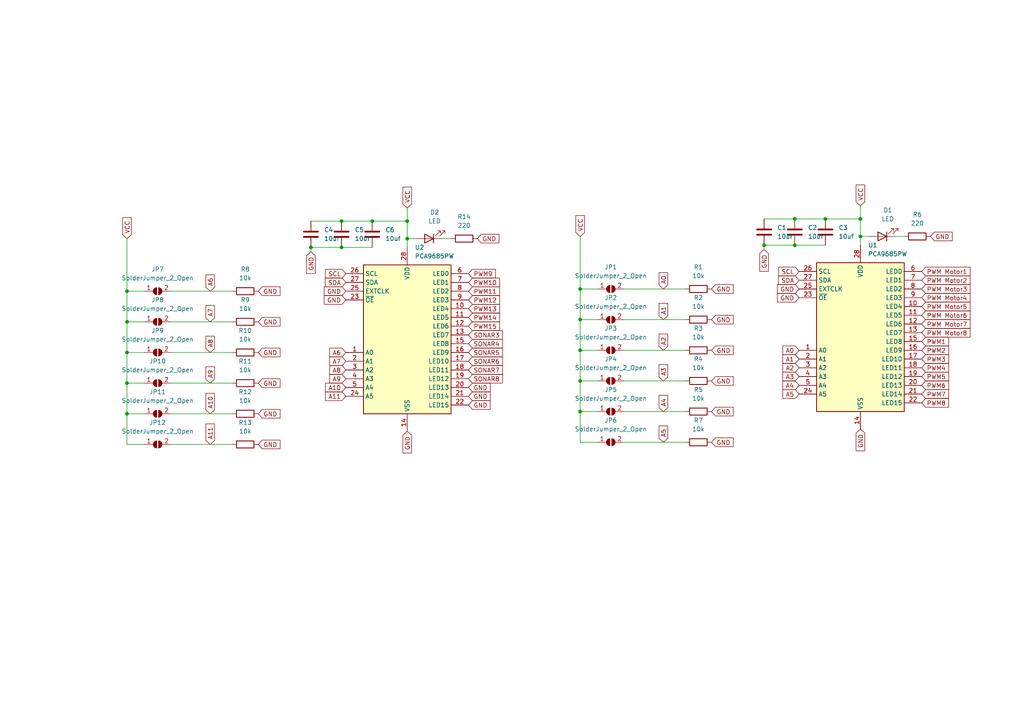
<source format=kicad_sch>
(kicad_sch (version 20230121) (generator eeschema)

  (uuid 3345c6f7-fd1a-4183-abe2-54823d0d8969)

  (paper "A4")

  (lib_symbols
    (symbol "Device:C" (pin_numbers hide) (pin_names (offset 0.254)) (in_bom yes) (on_board yes)
      (property "Reference" "C" (at 0.635 2.54 0)
        (effects (font (size 1.27 1.27)) (justify left))
      )
      (property "Value" "C" (at 0.635 -2.54 0)
        (effects (font (size 1.27 1.27)) (justify left))
      )
      (property "Footprint" "" (at 0.9652 -3.81 0)
        (effects (font (size 1.27 1.27)) hide)
      )
      (property "Datasheet" "~" (at 0 0 0)
        (effects (font (size 1.27 1.27)) hide)
      )
      (property "ki_keywords" "cap capacitor" (at 0 0 0)
        (effects (font (size 1.27 1.27)) hide)
      )
      (property "ki_description" "Unpolarized capacitor" (at 0 0 0)
        (effects (font (size 1.27 1.27)) hide)
      )
      (property "ki_fp_filters" "C_*" (at 0 0 0)
        (effects (font (size 1.27 1.27)) hide)
      )
      (symbol "C_0_1"
        (polyline
          (pts
            (xy -2.032 -0.762)
            (xy 2.032 -0.762)
          )
          (stroke (width 0.508) (type default))
          (fill (type none))
        )
        (polyline
          (pts
            (xy -2.032 0.762)
            (xy 2.032 0.762)
          )
          (stroke (width 0.508) (type default))
          (fill (type none))
        )
      )
      (symbol "C_1_1"
        (pin passive line (at 0 3.81 270) (length 2.794)
          (name "~" (effects (font (size 1.27 1.27))))
          (number "1" (effects (font (size 1.27 1.27))))
        )
        (pin passive line (at 0 -3.81 90) (length 2.794)
          (name "~" (effects (font (size 1.27 1.27))))
          (number "2" (effects (font (size 1.27 1.27))))
        )
      )
    )
    (symbol "Device:LED" (pin_numbers hide) (pin_names (offset 1.016) hide) (in_bom yes) (on_board yes)
      (property "Reference" "D" (at 0 2.54 0)
        (effects (font (size 1.27 1.27)))
      )
      (property "Value" "LED" (at 0 -2.54 0)
        (effects (font (size 1.27 1.27)))
      )
      (property "Footprint" "" (at 0 0 0)
        (effects (font (size 1.27 1.27)) hide)
      )
      (property "Datasheet" "~" (at 0 0 0)
        (effects (font (size 1.27 1.27)) hide)
      )
      (property "ki_keywords" "LED diode" (at 0 0 0)
        (effects (font (size 1.27 1.27)) hide)
      )
      (property "ki_description" "Light emitting diode" (at 0 0 0)
        (effects (font (size 1.27 1.27)) hide)
      )
      (property "ki_fp_filters" "LED* LED_SMD:* LED_THT:*" (at 0 0 0)
        (effects (font (size 1.27 1.27)) hide)
      )
      (symbol "LED_0_1"
        (polyline
          (pts
            (xy -1.27 -1.27)
            (xy -1.27 1.27)
          )
          (stroke (width 0.254) (type default))
          (fill (type none))
        )
        (polyline
          (pts
            (xy -1.27 0)
            (xy 1.27 0)
          )
          (stroke (width 0) (type default))
          (fill (type none))
        )
        (polyline
          (pts
            (xy 1.27 -1.27)
            (xy 1.27 1.27)
            (xy -1.27 0)
            (xy 1.27 -1.27)
          )
          (stroke (width 0.254) (type default))
          (fill (type none))
        )
        (polyline
          (pts
            (xy -3.048 -0.762)
            (xy -4.572 -2.286)
            (xy -3.81 -2.286)
            (xy -4.572 -2.286)
            (xy -4.572 -1.524)
          )
          (stroke (width 0) (type default))
          (fill (type none))
        )
        (polyline
          (pts
            (xy -1.778 -0.762)
            (xy -3.302 -2.286)
            (xy -2.54 -2.286)
            (xy -3.302 -2.286)
            (xy -3.302 -1.524)
          )
          (stroke (width 0) (type default))
          (fill (type none))
        )
      )
      (symbol "LED_1_1"
        (pin passive line (at -3.81 0 0) (length 2.54)
          (name "K" (effects (font (size 1.27 1.27))))
          (number "1" (effects (font (size 1.27 1.27))))
        )
        (pin passive line (at 3.81 0 180) (length 2.54)
          (name "A" (effects (font (size 1.27 1.27))))
          (number "2" (effects (font (size 1.27 1.27))))
        )
      )
    )
    (symbol "Device:R" (pin_numbers hide) (pin_names (offset 0)) (in_bom yes) (on_board yes)
      (property "Reference" "R" (at 2.032 0 90)
        (effects (font (size 1.27 1.27)))
      )
      (property "Value" "R" (at 0 0 90)
        (effects (font (size 1.27 1.27)))
      )
      (property "Footprint" "" (at -1.778 0 90)
        (effects (font (size 1.27 1.27)) hide)
      )
      (property "Datasheet" "~" (at 0 0 0)
        (effects (font (size 1.27 1.27)) hide)
      )
      (property "ki_keywords" "R res resistor" (at 0 0 0)
        (effects (font (size 1.27 1.27)) hide)
      )
      (property "ki_description" "Resistor" (at 0 0 0)
        (effects (font (size 1.27 1.27)) hide)
      )
      (property "ki_fp_filters" "R_*" (at 0 0 0)
        (effects (font (size 1.27 1.27)) hide)
      )
      (symbol "R_0_1"
        (rectangle (start -1.016 -2.54) (end 1.016 2.54)
          (stroke (width 0.254) (type default))
          (fill (type none))
        )
      )
      (symbol "R_1_1"
        (pin passive line (at 0 3.81 270) (length 1.27)
          (name "~" (effects (font (size 1.27 1.27))))
          (number "1" (effects (font (size 1.27 1.27))))
        )
        (pin passive line (at 0 -3.81 90) (length 1.27)
          (name "~" (effects (font (size 1.27 1.27))))
          (number "2" (effects (font (size 1.27 1.27))))
        )
      )
    )
    (symbol "Driver_LED:PCA9685PW" (in_bom yes) (on_board yes)
      (property "Reference" "U" (at -12.7 22.225 0)
        (effects (font (size 1.27 1.27)) (justify left))
      )
      (property "Value" "PCA9685PW" (at 1.27 22.225 0)
        (effects (font (size 1.27 1.27)) (justify left))
      )
      (property "Footprint" "Package_SO:TSSOP-28_4.4x9.7mm_P0.65mm" (at 0.635 -24.765 0)
        (effects (font (size 1.27 1.27)) (justify left) hide)
      )
      (property "Datasheet" "http://www.nxp.com/docs/en/data-sheet/PCA9685.pdf" (at -10.16 17.78 0)
        (effects (font (size 1.27 1.27)) hide)
      )
      (property "ki_keywords" "PWM LED driver I2C TSSOP" (at 0 0 0)
        (effects (font (size 1.27 1.27)) hide)
      )
      (property "ki_description" "16-channel 12-bit PWM Fm+ I2C-bus LED controller RGBA TSSOP" (at 0 0 0)
        (effects (font (size 1.27 1.27)) hide)
      )
      (property "ki_fp_filters" "TSSOP*4.4x9.7mm*P0.65mm*" (at 0 0 0)
        (effects (font (size 1.27 1.27)) hide)
      )
      (symbol "PCA9685PW_0_1"
        (rectangle (start -12.7 20.32) (end 12.7 -22.86)
          (stroke (width 0.254) (type default))
          (fill (type background))
        )
      )
      (symbol "PCA9685PW_1_1"
        (pin input line (at -17.78 -5.08 0) (length 5.08)
          (name "A0" (effects (font (size 1.27 1.27))))
          (number "1" (effects (font (size 1.27 1.27))))
        )
        (pin output line (at 17.78 7.62 180) (length 5.08)
          (name "LED4" (effects (font (size 1.27 1.27))))
          (number "10" (effects (font (size 1.27 1.27))))
        )
        (pin output line (at 17.78 5.08 180) (length 5.08)
          (name "LED5" (effects (font (size 1.27 1.27))))
          (number "11" (effects (font (size 1.27 1.27))))
        )
        (pin output line (at 17.78 2.54 180) (length 5.08)
          (name "LED6" (effects (font (size 1.27 1.27))))
          (number "12" (effects (font (size 1.27 1.27))))
        )
        (pin output line (at 17.78 0 180) (length 5.08)
          (name "LED7" (effects (font (size 1.27 1.27))))
          (number "13" (effects (font (size 1.27 1.27))))
        )
        (pin power_in line (at 0 -27.94 90) (length 5.08)
          (name "VSS" (effects (font (size 1.27 1.27))))
          (number "14" (effects (font (size 1.27 1.27))))
        )
        (pin output line (at 17.78 -2.54 180) (length 5.08)
          (name "LED8" (effects (font (size 1.27 1.27))))
          (number "15" (effects (font (size 1.27 1.27))))
        )
        (pin output line (at 17.78 -5.08 180) (length 5.08)
          (name "LED9" (effects (font (size 1.27 1.27))))
          (number "16" (effects (font (size 1.27 1.27))))
        )
        (pin output line (at 17.78 -7.62 180) (length 5.08)
          (name "LED10" (effects (font (size 1.27 1.27))))
          (number "17" (effects (font (size 1.27 1.27))))
        )
        (pin output line (at 17.78 -10.16 180) (length 5.08)
          (name "LED11" (effects (font (size 1.27 1.27))))
          (number "18" (effects (font (size 1.27 1.27))))
        )
        (pin output line (at 17.78 -12.7 180) (length 5.08)
          (name "LED12" (effects (font (size 1.27 1.27))))
          (number "19" (effects (font (size 1.27 1.27))))
        )
        (pin input line (at -17.78 -7.62 0) (length 5.08)
          (name "A1" (effects (font (size 1.27 1.27))))
          (number "2" (effects (font (size 1.27 1.27))))
        )
        (pin output line (at 17.78 -15.24 180) (length 5.08)
          (name "LED13" (effects (font (size 1.27 1.27))))
          (number "20" (effects (font (size 1.27 1.27))))
        )
        (pin output line (at 17.78 -17.78 180) (length 5.08)
          (name "LED14" (effects (font (size 1.27 1.27))))
          (number "21" (effects (font (size 1.27 1.27))))
        )
        (pin output line (at 17.78 -20.32 180) (length 5.08)
          (name "LED15" (effects (font (size 1.27 1.27))))
          (number "22" (effects (font (size 1.27 1.27))))
        )
        (pin input line (at -17.78 10.16 0) (length 5.08)
          (name "~{OE}" (effects (font (size 1.27 1.27))))
          (number "23" (effects (font (size 1.27 1.27))))
        )
        (pin input line (at -17.78 -17.78 0) (length 5.08)
          (name "A5" (effects (font (size 1.27 1.27))))
          (number "24" (effects (font (size 1.27 1.27))))
        )
        (pin input line (at -17.78 12.7 0) (length 5.08)
          (name "EXTCLK" (effects (font (size 1.27 1.27))))
          (number "25" (effects (font (size 1.27 1.27))))
        )
        (pin input line (at -17.78 17.78 0) (length 5.08)
          (name "SCL" (effects (font (size 1.27 1.27))))
          (number "26" (effects (font (size 1.27 1.27))))
        )
        (pin bidirectional line (at -17.78 15.24 0) (length 5.08)
          (name "SDA" (effects (font (size 1.27 1.27))))
          (number "27" (effects (font (size 1.27 1.27))))
        )
        (pin power_in line (at 0 25.4 270) (length 5.08)
          (name "VDD" (effects (font (size 1.27 1.27))))
          (number "28" (effects (font (size 1.27 1.27))))
        )
        (pin input line (at -17.78 -10.16 0) (length 5.08)
          (name "A2" (effects (font (size 1.27 1.27))))
          (number "3" (effects (font (size 1.27 1.27))))
        )
        (pin input line (at -17.78 -12.7 0) (length 5.08)
          (name "A3" (effects (font (size 1.27 1.27))))
          (number "4" (effects (font (size 1.27 1.27))))
        )
        (pin input line (at -17.78 -15.24 0) (length 5.08)
          (name "A4" (effects (font (size 1.27 1.27))))
          (number "5" (effects (font (size 1.27 1.27))))
        )
        (pin output line (at 17.78 17.78 180) (length 5.08)
          (name "LED0" (effects (font (size 1.27 1.27))))
          (number "6" (effects (font (size 1.27 1.27))))
        )
        (pin output line (at 17.78 15.24 180) (length 5.08)
          (name "LED1" (effects (font (size 1.27 1.27))))
          (number "7" (effects (font (size 1.27 1.27))))
        )
        (pin output line (at 17.78 12.7 180) (length 5.08)
          (name "LED2" (effects (font (size 1.27 1.27))))
          (number "8" (effects (font (size 1.27 1.27))))
        )
        (pin output line (at 17.78 10.16 180) (length 5.08)
          (name "LED3" (effects (font (size 1.27 1.27))))
          (number "9" (effects (font (size 1.27 1.27))))
        )
      )
    )
    (symbol "Jumper:SolderJumper_2_Open" (pin_names (offset 0) hide) (in_bom yes) (on_board yes)
      (property "Reference" "JP" (at 0 2.032 0)
        (effects (font (size 1.27 1.27)))
      )
      (property "Value" "SolderJumper_2_Open" (at 0 -2.54 0)
        (effects (font (size 1.27 1.27)))
      )
      (property "Footprint" "" (at 0 0 0)
        (effects (font (size 1.27 1.27)) hide)
      )
      (property "Datasheet" "~" (at 0 0 0)
        (effects (font (size 1.27 1.27)) hide)
      )
      (property "ki_keywords" "solder jumper SPST" (at 0 0 0)
        (effects (font (size 1.27 1.27)) hide)
      )
      (property "ki_description" "Solder Jumper, 2-pole, open" (at 0 0 0)
        (effects (font (size 1.27 1.27)) hide)
      )
      (property "ki_fp_filters" "SolderJumper*Open*" (at 0 0 0)
        (effects (font (size 1.27 1.27)) hide)
      )
      (symbol "SolderJumper_2_Open_0_1"
        (arc (start -0.254 1.016) (mid -1.2656 0) (end -0.254 -1.016)
          (stroke (width 0) (type default))
          (fill (type none))
        )
        (arc (start -0.254 1.016) (mid -1.2656 0) (end -0.254 -1.016)
          (stroke (width 0) (type default))
          (fill (type outline))
        )
        (polyline
          (pts
            (xy -0.254 1.016)
            (xy -0.254 -1.016)
          )
          (stroke (width 0) (type default))
          (fill (type none))
        )
        (polyline
          (pts
            (xy 0.254 1.016)
            (xy 0.254 -1.016)
          )
          (stroke (width 0) (type default))
          (fill (type none))
        )
        (arc (start 0.254 -1.016) (mid 1.2656 0) (end 0.254 1.016)
          (stroke (width 0) (type default))
          (fill (type none))
        )
        (arc (start 0.254 -1.016) (mid 1.2656 0) (end 0.254 1.016)
          (stroke (width 0) (type default))
          (fill (type outline))
        )
      )
      (symbol "SolderJumper_2_Open_1_1"
        (pin passive line (at -3.81 0 0) (length 2.54)
          (name "A" (effects (font (size 1.27 1.27))))
          (number "1" (effects (font (size 1.27 1.27))))
        )
        (pin passive line (at 3.81 0 180) (length 2.54)
          (name "B" (effects (font (size 1.27 1.27))))
          (number "2" (effects (font (size 1.27 1.27))))
        )
      )
    )
  )

  (junction (at 230.505 63.5) (diameter 0) (color 0 0 0 0)
    (uuid 0b98c44d-dfc2-46a8-8bcb-9a65f14f8288)
  )
  (junction (at 107.95 64.135) (diameter 0) (color 0 0 0 0)
    (uuid 0d60bf74-cddf-4fe6-ae91-b28db338990e)
  )
  (junction (at 168.275 119.38) (diameter 0) (color 0 0 0 0)
    (uuid 17d631a3-a228-4475-8731-dd24b81fad4c)
  )
  (junction (at 36.83 102.235) (diameter 0) (color 0 0 0 0)
    (uuid 184fcfd7-dd9e-4589-9460-73f8233549e4)
  )
  (junction (at 36.83 111.125) (diameter 0) (color 0 0 0 0)
    (uuid 21ed8a11-8f00-40de-8c75-7ebe9863663c)
  )
  (junction (at 221.615 71.12) (diameter 0) (color 0 0 0 0)
    (uuid 2437e1c2-9861-4434-9edb-549e566eb091)
  )
  (junction (at 36.83 84.455) (diameter 0) (color 0 0 0 0)
    (uuid 38989798-112d-43f9-929e-7a7c4f8f4518)
  )
  (junction (at 118.11 64.135) (diameter 0) (color 0 0 0 0)
    (uuid 4013db11-fe80-424c-a94d-09ce23e9fddf)
  )
  (junction (at 249.555 63.5) (diameter 0) (color 0 0 0 0)
    (uuid 4f85b372-135d-4d3f-9f9b-ee3ab226e31b)
  )
  (junction (at 230.505 71.12) (diameter 0) (color 0 0 0 0)
    (uuid 58045bc5-013f-4a32-83b6-ffb25ef48c1f)
  )
  (junction (at 168.275 92.71) (diameter 0) (color 0 0 0 0)
    (uuid 613796bc-39c4-49e4-8b53-4da608c3ae31)
  )
  (junction (at 36.83 93.345) (diameter 0) (color 0 0 0 0)
    (uuid 7c6ec6ca-628c-4cb5-8bb2-d05634e05277)
  )
  (junction (at 118.11 69.215) (diameter 0) (color 0 0 0 0)
    (uuid 937b08af-9ed7-4d65-9149-96bd31242310)
  )
  (junction (at 99.06 64.135) (diameter 0) (color 0 0 0 0)
    (uuid a96ce04c-72fa-456f-958c-052ed85bbe8a)
  )
  (junction (at 90.17 71.755) (diameter 0) (color 0 0 0 0)
    (uuid aed819e0-2df2-4fc7-969d-014c912b8456)
  )
  (junction (at 36.83 120.015) (diameter 0) (color 0 0 0 0)
    (uuid cbbdbf26-7880-4ce1-ad57-4988755f63d6)
  )
  (junction (at 249.555 68.58) (diameter 0) (color 0 0 0 0)
    (uuid d33fcd37-2dcf-40ee-b6e7-3729f8a57f96)
  )
  (junction (at 168.275 110.49) (diameter 0) (color 0 0 0 0)
    (uuid d867f3f1-49ff-42bb-a1e3-fce25fad792e)
  )
  (junction (at 168.275 101.6) (diameter 0) (color 0 0 0 0)
    (uuid e098f3a1-7cd5-44ed-83f4-5117839ec8fd)
  )
  (junction (at 99.06 71.755) (diameter 0) (color 0 0 0 0)
    (uuid ef29b287-4646-4a74-8c48-38070baa234b)
  )
  (junction (at 168.275 83.82) (diameter 0) (color 0 0 0 0)
    (uuid f2c2dcd5-99bd-4777-aa4a-3afa025d9064)
  )
  (junction (at 239.395 63.5) (diameter 0) (color 0 0 0 0)
    (uuid ff98c115-ee60-4427-a8bd-880a02189cae)
  )

  (wire (pts (xy 168.275 68.58) (xy 168.275 83.82))
    (stroke (width 0) (type default))
    (uuid 025f9864-11e0-40ea-ba28-0e63bdeb3ba6)
  )
  (wire (pts (xy 221.615 71.12) (xy 230.505 71.12))
    (stroke (width 0) (type default))
    (uuid 031e2672-ea93-4e3a-84a3-7ee6c42163c8)
  )
  (wire (pts (xy 259.715 68.58) (xy 262.255 68.58))
    (stroke (width 0) (type default))
    (uuid 0da3e26b-3670-4000-a65e-c3c1ba47aa59)
  )
  (wire (pts (xy 99.06 64.135) (xy 107.95 64.135))
    (stroke (width 0) (type default))
    (uuid 13129a4b-f9f6-4765-9e08-7020bb6a09e8)
  )
  (wire (pts (xy 239.395 63.5) (xy 249.555 63.5))
    (stroke (width 0) (type default))
    (uuid 15b3c5c7-dfe9-41d7-8d26-03aec3585d8b)
  )
  (wire (pts (xy 168.275 119.38) (xy 173.355 119.38))
    (stroke (width 0) (type default))
    (uuid 1907d853-c216-488b-a9f9-f18252553e3f)
  )
  (wire (pts (xy 230.505 63.5) (xy 239.395 63.5))
    (stroke (width 0) (type default))
    (uuid 21fe2181-06c6-427c-b907-cd7be8c20d52)
  )
  (wire (pts (xy 118.11 60.325) (xy 118.11 64.135))
    (stroke (width 0) (type default))
    (uuid 2293e4ad-4257-4220-ac59-7de12ef77392)
  )
  (wire (pts (xy 180.975 110.49) (xy 198.755 110.49))
    (stroke (width 0) (type default))
    (uuid 23eeac4e-c643-42aa-8a8b-820cbb893866)
  )
  (wire (pts (xy 36.83 93.345) (xy 36.83 102.235))
    (stroke (width 0) (type default))
    (uuid 256c9c8a-7ade-446f-bf18-3804b6deaac4)
  )
  (wire (pts (xy 180.975 83.82) (xy 198.755 83.82))
    (stroke (width 0) (type default))
    (uuid 27318d09-307c-44a1-8e58-09e0e4627527)
  )
  (wire (pts (xy 221.615 71.12) (xy 221.615 72.39))
    (stroke (width 0) (type default))
    (uuid 29550f2f-ce34-41fc-9560-342e95be03ba)
  )
  (wire (pts (xy 49.53 120.015) (xy 67.31 120.015))
    (stroke (width 0) (type default))
    (uuid 2a73003a-74cb-4329-8c0d-7e09a877af94)
  )
  (wire (pts (xy 36.83 84.455) (xy 36.83 93.345))
    (stroke (width 0) (type default))
    (uuid 2e36899c-967e-45d8-9711-c13b1ec89e14)
  )
  (wire (pts (xy 180.975 128.27) (xy 198.755 128.27))
    (stroke (width 0) (type default))
    (uuid 336aabc8-281c-44bb-b830-04d1a52d70a9)
  )
  (wire (pts (xy 168.275 110.49) (xy 168.275 119.38))
    (stroke (width 0) (type default))
    (uuid 3a599352-27a0-4196-ba5e-293752a8e533)
  )
  (wire (pts (xy 168.275 128.27) (xy 173.355 128.27))
    (stroke (width 0) (type default))
    (uuid 3ff29480-3655-4f7b-bf46-8433d391da84)
  )
  (wire (pts (xy 168.275 83.82) (xy 168.275 92.71))
    (stroke (width 0) (type default))
    (uuid 5d8f8ad2-91bc-4e14-958c-d015d31ad19f)
  )
  (wire (pts (xy 168.275 110.49) (xy 173.355 110.49))
    (stroke (width 0) (type default))
    (uuid 62b8b9f1-efea-426f-9462-7655a2488ee8)
  )
  (wire (pts (xy 230.505 71.12) (xy 239.395 71.12))
    (stroke (width 0) (type default))
    (uuid 64a731d4-e0f6-4190-b405-0d36273dc77c)
  )
  (wire (pts (xy 249.555 59.69) (xy 249.555 63.5))
    (stroke (width 0) (type default))
    (uuid 6b29a02c-b6c1-4d17-8de5-c14351fa4de5)
  )
  (wire (pts (xy 36.83 128.905) (xy 41.91 128.905))
    (stroke (width 0) (type default))
    (uuid 728783fb-24bc-4ec9-a353-29de4f075612)
  )
  (wire (pts (xy 168.275 101.6) (xy 168.275 110.49))
    (stroke (width 0) (type default))
    (uuid 7549391e-1503-41ac-bb0d-e8a6ed6165de)
  )
  (wire (pts (xy 49.53 128.905) (xy 67.31 128.905))
    (stroke (width 0) (type default))
    (uuid 7b13b46a-aca4-43c2-b154-aa4116a6c048)
  )
  (wire (pts (xy 99.06 71.755) (xy 107.95 71.755))
    (stroke (width 0) (type default))
    (uuid 812338c2-63c9-4cf3-95d6-c6732f098aa3)
  )
  (wire (pts (xy 168.275 101.6) (xy 173.355 101.6))
    (stroke (width 0) (type default))
    (uuid 82bc291e-7e6b-4458-8ff8-cb59231c026e)
  )
  (wire (pts (xy 249.555 68.58) (xy 249.555 71.12))
    (stroke (width 0) (type default))
    (uuid 878cce26-53b5-43c1-a9f7-32ffebf70d48)
  )
  (wire (pts (xy 249.555 68.58) (xy 252.095 68.58))
    (stroke (width 0) (type default))
    (uuid 8809494d-ff38-4a46-bec7-92aac9f23df7)
  )
  (wire (pts (xy 118.11 64.135) (xy 118.11 69.215))
    (stroke (width 0) (type default))
    (uuid 9560b976-101a-40a1-9143-765c7878db59)
  )
  (wire (pts (xy 36.83 111.125) (xy 36.83 120.015))
    (stroke (width 0) (type default))
    (uuid 995c2d88-c000-4f7a-b919-8ddee3a48fcb)
  )
  (wire (pts (xy 128.27 69.215) (xy 130.81 69.215))
    (stroke (width 0) (type default))
    (uuid a3d67210-a168-46bb-9a83-7d93577856f2)
  )
  (wire (pts (xy 49.53 102.235) (xy 67.31 102.235))
    (stroke (width 0) (type default))
    (uuid a57c27e1-617e-42e2-992b-19fc43a28f9e)
  )
  (wire (pts (xy 49.53 84.455) (xy 67.31 84.455))
    (stroke (width 0) (type default))
    (uuid a851ecff-7b6d-4416-9027-6cfa7d4db735)
  )
  (wire (pts (xy 36.83 120.015) (xy 36.83 128.905))
    (stroke (width 0) (type default))
    (uuid ae8647b7-ac08-4af6-a44c-1965eccfc28a)
  )
  (wire (pts (xy 249.555 63.5) (xy 249.555 68.58))
    (stroke (width 0) (type default))
    (uuid b373b484-5920-4ebf-ab84-7aa23b6fae50)
  )
  (wire (pts (xy 180.975 101.6) (xy 198.755 101.6))
    (stroke (width 0) (type default))
    (uuid b8d8b6e7-87b4-48f4-ae08-7948765430d2)
  )
  (wire (pts (xy 107.95 64.135) (xy 118.11 64.135))
    (stroke (width 0) (type default))
    (uuid ba1a6902-f4d7-4018-83bf-9e5cb1bff2b2)
  )
  (wire (pts (xy 49.53 111.125) (xy 67.31 111.125))
    (stroke (width 0) (type default))
    (uuid bc53cc09-af73-469c-98cd-4f75a40c7332)
  )
  (wire (pts (xy 221.615 63.5) (xy 230.505 63.5))
    (stroke (width 0) (type default))
    (uuid bf9b0ada-daac-47d8-b2c9-c921f5420917)
  )
  (wire (pts (xy 36.83 93.345) (xy 41.91 93.345))
    (stroke (width 0) (type default))
    (uuid c633955d-8a86-4104-a13b-adbcedc0d4ec)
  )
  (wire (pts (xy 168.275 119.38) (xy 168.275 128.27))
    (stroke (width 0) (type default))
    (uuid d4671fc7-1f2c-46b5-be1f-811888b736d3)
  )
  (wire (pts (xy 36.83 69.215) (xy 36.83 84.455))
    (stroke (width 0) (type default))
    (uuid d59ac16b-77b6-4d72-9855-08f5c542c8fd)
  )
  (wire (pts (xy 168.275 92.71) (xy 173.355 92.71))
    (stroke (width 0) (type default))
    (uuid d87981b0-8eff-4a58-ae4f-4b606d070a58)
  )
  (wire (pts (xy 168.275 92.71) (xy 168.275 101.6))
    (stroke (width 0) (type default))
    (uuid d9ca6070-bee8-4b84-9edc-99921b971469)
  )
  (wire (pts (xy 90.17 71.755) (xy 99.06 71.755))
    (stroke (width 0) (type default))
    (uuid d9ed461b-c505-4ea4-8ac4-58f91321e2d2)
  )
  (wire (pts (xy 180.975 119.38) (xy 198.755 119.38))
    (stroke (width 0) (type default))
    (uuid db046a1a-d1c4-48ec-a8ef-81b7c011bd9b)
  )
  (wire (pts (xy 118.11 69.215) (xy 118.11 71.755))
    (stroke (width 0) (type default))
    (uuid dd55644f-f8c9-4203-9fef-0f8a28ae162d)
  )
  (wire (pts (xy 36.83 111.125) (xy 41.91 111.125))
    (stroke (width 0) (type default))
    (uuid de74d3ee-a08a-4779-a367-3ccd84d25580)
  )
  (wire (pts (xy 90.17 64.135) (xy 99.06 64.135))
    (stroke (width 0) (type default))
    (uuid deeeded8-cc35-46fb-b98f-0b7939875938)
  )
  (wire (pts (xy 36.83 84.455) (xy 41.91 84.455))
    (stroke (width 0) (type default))
    (uuid df7a2fae-2de4-4ca8-8d4d-ba828cd6224c)
  )
  (wire (pts (xy 36.83 120.015) (xy 41.91 120.015))
    (stroke (width 0) (type default))
    (uuid dfea0ff9-e538-4ba1-94c3-c0a0fe7e800f)
  )
  (wire (pts (xy 180.975 92.71) (xy 198.755 92.71))
    (stroke (width 0) (type default))
    (uuid e29e4e88-36e8-4336-a1f6-10875068e689)
  )
  (wire (pts (xy 36.83 102.235) (xy 41.91 102.235))
    (stroke (width 0) (type default))
    (uuid e3823b46-1c21-4c1e-9044-b0ceb1c372f1)
  )
  (wire (pts (xy 168.275 83.82) (xy 173.355 83.82))
    (stroke (width 0) (type default))
    (uuid e8ed23c1-5d6c-4f7a-a6b4-16479ade109a)
  )
  (wire (pts (xy 49.53 93.345) (xy 67.31 93.345))
    (stroke (width 0) (type default))
    (uuid e925910f-9b5c-48c5-bc90-9984cfc046d6)
  )
  (wire (pts (xy 36.83 102.235) (xy 36.83 111.125))
    (stroke (width 0) (type default))
    (uuid f5135221-ea0b-4587-be03-98c865696b26)
  )
  (wire (pts (xy 118.11 69.215) (xy 120.65 69.215))
    (stroke (width 0) (type default))
    (uuid f6a00b77-764b-4f17-b2ac-04c0269d5edc)
  )
  (wire (pts (xy 90.17 71.755) (xy 90.17 73.025))
    (stroke (width 0) (type default))
    (uuid f73a227f-db83-4965-81aa-07f59d66696f)
  )

  (global_label "A11" (shape input) (at 60.96 128.905 90) (fields_autoplaced)
    (effects (font (size 1.27 1.27)) (justify left))
    (uuid 068c5f6b-7f37-40af-8e45-57a60d69c8e0)
    (property "Intersheetrefs" "${INTERSHEET_REFS}" (at 60.96 122.4122 90)
      (effects (font (size 1.27 1.27)) (justify left) hide)
    )
  )
  (global_label "PWM9" (shape input) (at 135.89 79.375 0) (fields_autoplaced)
    (effects (font (size 1.27 1.27)) (justify left))
    (uuid 06939791-150a-4e29-b576-72ef58ee640b)
    (property "Intersheetrefs" "${INTERSHEET_REFS}" (at 144.2575 79.375 0)
      (effects (font (size 1.27 1.27)) (justify left) hide)
    )
  )
  (global_label "A8" (shape input) (at 100.33 107.315 180) (fields_autoplaced)
    (effects (font (size 1.27 1.27)) (justify right))
    (uuid 0b3f2829-29af-4039-a7a4-e8ddd633c07f)
    (property "Intersheetrefs" "${INTERSHEET_REFS}" (at 95.0467 107.315 0)
      (effects (font (size 1.27 1.27)) (justify right) hide)
    )
  )
  (global_label "A5" (shape input) (at 231.775 114.3 180) (fields_autoplaced)
    (effects (font (size 1.27 1.27)) (justify right))
    (uuid 0b40e080-6c0e-4933-a845-7181781ba232)
    (property "Intersheetrefs" "${INTERSHEET_REFS}" (at 226.4917 114.3 0)
      (effects (font (size 1.27 1.27)) (justify right) hide)
    )
  )
  (global_label "VCC" (shape input) (at 168.275 68.58 90) (fields_autoplaced)
    (effects (font (size 1.27 1.27)) (justify left))
    (uuid 0ccd90ec-92b1-469c-b449-32a7257ff897)
    (property "Intersheetrefs" "${INTERSHEET_REFS}" (at 168.275 61.9662 90)
      (effects (font (size 1.27 1.27)) (justify left) hide)
    )
  )
  (global_label "GND" (shape input) (at 206.375 119.38 0) (fields_autoplaced)
    (effects (font (size 1.27 1.27)) (justify left))
    (uuid 0d5525ea-8601-46a0-8903-c1812a779aec)
    (property "Intersheetrefs" "${INTERSHEET_REFS}" (at 213.2307 119.38 0)
      (effects (font (size 1.27 1.27)) (justify left) hide)
    )
  )
  (global_label "PWM Motor2" (shape input) (at 267.335 81.28 0) (fields_autoplaced)
    (effects (font (size 1.27 1.27)) (justify left))
    (uuid 12bd9a27-0f90-4fc9-be48-3d5102f7d4fe)
    (property "Intersheetrefs" "${INTERSHEET_REFS}" (at 281.9314 81.28 0)
      (effects (font (size 1.27 1.27)) (justify left) hide)
    )
  )
  (global_label "GND" (shape input) (at 100.33 86.995 180) (fields_autoplaced)
    (effects (font (size 1.27 1.27)) (justify right))
    (uuid 19f30a5b-1e25-4fc0-a99e-8398ebb07120)
    (property "Intersheetrefs" "${INTERSHEET_REFS}" (at 93.4743 86.995 0)
      (effects (font (size 1.27 1.27)) (justify right) hide)
    )
  )
  (global_label "SCL" (shape input) (at 100.33 79.375 180) (fields_autoplaced)
    (effects (font (size 1.27 1.27)) (justify right))
    (uuid 244b2bff-91ee-4480-9e03-7021b02a8a32)
    (property "Intersheetrefs" "${INTERSHEET_REFS}" (at 93.8372 79.375 0)
      (effects (font (size 1.27 1.27)) (justify right) hide)
    )
  )
  (global_label "GND" (shape input) (at 206.375 128.27 0) (fields_autoplaced)
    (effects (font (size 1.27 1.27)) (justify left))
    (uuid 2491afe1-1d59-414b-a8e2-9e59e041b09a)
    (property "Intersheetrefs" "${INTERSHEET_REFS}" (at 213.2307 128.27 0)
      (effects (font (size 1.27 1.27)) (justify left) hide)
    )
  )
  (global_label "PWM6" (shape input) (at 267.335 111.76 0) (fields_autoplaced)
    (effects (font (size 1.27 1.27)) (justify left))
    (uuid 2b5db4e6-7735-4803-b115-efa68974d2fc)
    (property "Intersheetrefs" "${INTERSHEET_REFS}" (at 275.7025 111.76 0)
      (effects (font (size 1.27 1.27)) (justify left) hide)
    )
  )
  (global_label "A2" (shape input) (at 231.775 106.68 180) (fields_autoplaced)
    (effects (font (size 1.27 1.27)) (justify right))
    (uuid 2ce00548-cb49-4c6d-b215-feb1b34874bb)
    (property "Intersheetrefs" "${INTERSHEET_REFS}" (at 226.4917 106.68 0)
      (effects (font (size 1.27 1.27)) (justify right) hide)
    )
  )
  (global_label "GND" (shape input) (at 206.375 83.82 0) (fields_autoplaced)
    (effects (font (size 1.27 1.27)) (justify left))
    (uuid 34fbd0bd-c26c-48a5-860d-6e4561326153)
    (property "Intersheetrefs" "${INTERSHEET_REFS}" (at 213.2307 83.82 0)
      (effects (font (size 1.27 1.27)) (justify left) hide)
    )
  )
  (global_label "SONAR8" (shape input) (at 135.89 109.855 0) (fields_autoplaced)
    (effects (font (size 1.27 1.27)) (justify left))
    (uuid 352e4e72-8546-4320-abbe-6206bc057165)
    (property "Intersheetrefs" "${INTERSHEET_REFS}" (at 146.3138 109.855 0)
      (effects (font (size 1.27 1.27)) (justify left) hide)
    )
  )
  (global_label "SCL" (shape input) (at 231.775 78.74 180) (fields_autoplaced)
    (effects (font (size 1.27 1.27)) (justify right))
    (uuid 37b95a62-edab-4829-a7df-006af3bee7d1)
    (property "Intersheetrefs" "${INTERSHEET_REFS}" (at 225.2822 78.74 0)
      (effects (font (size 1.27 1.27)) (justify right) hide)
    )
  )
  (global_label "GND" (shape input) (at 118.11 125.095 270) (fields_autoplaced)
    (effects (font (size 1.27 1.27)) (justify right))
    (uuid 3c2f1ecc-9e95-4c98-be10-edf03ccedf70)
    (property "Intersheetrefs" "${INTERSHEET_REFS}" (at 118.11 131.9507 90)
      (effects (font (size 1.27 1.27)) (justify right) hide)
    )
  )
  (global_label "PWM4" (shape input) (at 267.335 106.68 0) (fields_autoplaced)
    (effects (font (size 1.27 1.27)) (justify left))
    (uuid 3dc54bea-1fb0-4e17-8583-8a7d86ccddea)
    (property "Intersheetrefs" "${INTERSHEET_REFS}" (at 275.7025 106.68 0)
      (effects (font (size 1.27 1.27)) (justify left) hide)
    )
  )
  (global_label "PWM3" (shape input) (at 267.335 104.14 0) (fields_autoplaced)
    (effects (font (size 1.27 1.27)) (justify left))
    (uuid 41e4ffdb-417c-4de1-b98e-05a8012cce64)
    (property "Intersheetrefs" "${INTERSHEET_REFS}" (at 275.7025 104.14 0)
      (effects (font (size 1.27 1.27)) (justify left) hide)
    )
  )
  (global_label "GND" (shape input) (at 135.89 117.475 0) (fields_autoplaced)
    (effects (font (size 1.27 1.27)) (justify left))
    (uuid 41faa313-558d-4b01-be5e-405a5a5023ff)
    (property "Intersheetrefs" "${INTERSHEET_REFS}" (at 142.7457 117.475 0)
      (effects (font (size 1.27 1.27)) (justify left) hide)
    )
  )
  (global_label "GND" (shape input) (at 74.93 102.235 0) (fields_autoplaced)
    (effects (font (size 1.27 1.27)) (justify left))
    (uuid 428d22f0-b7be-483e-a8d0-611b3f177e19)
    (property "Intersheetrefs" "${INTERSHEET_REFS}" (at 81.7857 102.235 0)
      (effects (font (size 1.27 1.27)) (justify left) hide)
    )
  )
  (global_label "VCC" (shape input) (at 249.555 59.69 90) (fields_autoplaced)
    (effects (font (size 1.27 1.27)) (justify left))
    (uuid 4927d475-c348-4837-9469-76f9fa39e9d3)
    (property "Intersheetrefs" "${INTERSHEET_REFS}" (at 249.555 53.0762 90)
      (effects (font (size 1.27 1.27)) (justify left) hide)
    )
  )
  (global_label "PWM1" (shape input) (at 267.335 99.06 0) (fields_autoplaced)
    (effects (font (size 1.27 1.27)) (justify left))
    (uuid 53d803e4-73a0-46f9-a781-91362e124cbe)
    (property "Intersheetrefs" "${INTERSHEET_REFS}" (at 275.7025 99.06 0)
      (effects (font (size 1.27 1.27)) (justify left) hide)
    )
  )
  (global_label "PWM11" (shape input) (at 135.89 84.455 0) (fields_autoplaced)
    (effects (font (size 1.27 1.27)) (justify left))
    (uuid 54457bd9-50c9-4755-a565-54b2cb7025ab)
    (property "Intersheetrefs" "${INTERSHEET_REFS}" (at 145.467 84.455 0)
      (effects (font (size 1.27 1.27)) (justify left) hide)
    )
  )
  (global_label "SDA" (shape input) (at 231.775 81.28 180) (fields_autoplaced)
    (effects (font (size 1.27 1.27)) (justify right))
    (uuid 54ce8e2a-7bb5-406e-b1c7-867f9f86378f)
    (property "Intersheetrefs" "${INTERSHEET_REFS}" (at 225.2217 81.28 0)
      (effects (font (size 1.27 1.27)) (justify right) hide)
    )
  )
  (global_label "A9" (shape input) (at 60.96 111.125 90) (fields_autoplaced)
    (effects (font (size 1.27 1.27)) (justify left))
    (uuid 55f74b9c-4438-457d-b542-7da0bfea0ba8)
    (property "Intersheetrefs" "${INTERSHEET_REFS}" (at 60.96 105.8417 90)
      (effects (font (size 1.27 1.27)) (justify left) hide)
    )
  )
  (global_label "GND" (shape input) (at 231.775 86.36 180) (fields_autoplaced)
    (effects (font (size 1.27 1.27)) (justify right))
    (uuid 5f89e687-8dd6-44e2-87cd-b6eaa747b00b)
    (property "Intersheetrefs" "${INTERSHEET_REFS}" (at 224.9193 86.36 0)
      (effects (font (size 1.27 1.27)) (justify right) hide)
    )
  )
  (global_label "A9" (shape input) (at 100.33 109.855 180) (fields_autoplaced)
    (effects (font (size 1.27 1.27)) (justify right))
    (uuid 600e3095-2247-4642-ba10-b480d0800db1)
    (property "Intersheetrefs" "${INTERSHEET_REFS}" (at 95.0467 109.855 0)
      (effects (font (size 1.27 1.27)) (justify right) hide)
    )
  )
  (global_label "A6" (shape input) (at 60.96 84.455 90) (fields_autoplaced)
    (effects (font (size 1.27 1.27)) (justify left))
    (uuid 600f783e-fc50-478d-981c-1a8544977ca7)
    (property "Intersheetrefs" "${INTERSHEET_REFS}" (at 60.96 79.1717 90)
      (effects (font (size 1.27 1.27)) (justify left) hide)
    )
  )
  (global_label "GND" (shape input) (at 138.43 69.215 0) (fields_autoplaced)
    (effects (font (size 1.27 1.27)) (justify left))
    (uuid 61670b95-9539-4593-9306-f88ce2e9fc7d)
    (property "Intersheetrefs" "${INTERSHEET_REFS}" (at 145.2857 69.215 0)
      (effects (font (size 1.27 1.27)) (justify left) hide)
    )
  )
  (global_label "PWM Motor6" (shape input) (at 267.335 91.44 0) (fields_autoplaced)
    (effects (font (size 1.27 1.27)) (justify left))
    (uuid 631e0b4a-9346-4e7f-8191-38214d646f33)
    (property "Intersheetrefs" "${INTERSHEET_REFS}" (at 281.9314 91.44 0)
      (effects (font (size 1.27 1.27)) (justify left) hide)
    )
  )
  (global_label "PWM7" (shape input) (at 267.335 114.3 0) (fields_autoplaced)
    (effects (font (size 1.27 1.27)) (justify left))
    (uuid 64ce31ac-7941-4fc2-ac6a-86daf1503250)
    (property "Intersheetrefs" "${INTERSHEET_REFS}" (at 275.7025 114.3 0)
      (effects (font (size 1.27 1.27)) (justify left) hide)
    )
  )
  (global_label "GND" (shape input) (at 231.775 83.82 180) (fields_autoplaced)
    (effects (font (size 1.27 1.27)) (justify right))
    (uuid 6716baa6-d9bf-43dc-a5af-dceb8be67813)
    (property "Intersheetrefs" "${INTERSHEET_REFS}" (at 224.9193 83.82 0)
      (effects (font (size 1.27 1.27)) (justify right) hide)
    )
  )
  (global_label "GND" (shape input) (at 206.375 110.49 0) (fields_autoplaced)
    (effects (font (size 1.27 1.27)) (justify left))
    (uuid 6946fdf7-1c10-4b3b-8e30-3feb066526f3)
    (property "Intersheetrefs" "${INTERSHEET_REFS}" (at 213.2307 110.49 0)
      (effects (font (size 1.27 1.27)) (justify left) hide)
    )
  )
  (global_label "VCC" (shape input) (at 118.11 60.325 90) (fields_autoplaced)
    (effects (font (size 1.27 1.27)) (justify left))
    (uuid 6f58ce56-3562-41fc-9b48-1b5dcde63294)
    (property "Intersheetrefs" "${INTERSHEET_REFS}" (at 118.11 53.7112 90)
      (effects (font (size 1.27 1.27)) (justify left) hide)
    )
  )
  (global_label "A7" (shape input) (at 60.96 93.345 90) (fields_autoplaced)
    (effects (font (size 1.27 1.27)) (justify left))
    (uuid 6fbc97bd-a366-47c1-beae-e77bcd6c189d)
    (property "Intersheetrefs" "${INTERSHEET_REFS}" (at 60.96 88.0617 90)
      (effects (font (size 1.27 1.27)) (justify left) hide)
    )
  )
  (global_label "A6" (shape input) (at 100.33 102.235 180) (fields_autoplaced)
    (effects (font (size 1.27 1.27)) (justify right))
    (uuid 780193e7-75e4-4446-9d6b-0cab32b6e861)
    (property "Intersheetrefs" "${INTERSHEET_REFS}" (at 95.0467 102.235 0)
      (effects (font (size 1.27 1.27)) (justify right) hide)
    )
  )
  (global_label "PWM12" (shape input) (at 135.89 86.995 0) (fields_autoplaced)
    (effects (font (size 1.27 1.27)) (justify left))
    (uuid 78969534-8aac-4326-9bb9-308596e6e911)
    (property "Intersheetrefs" "${INTERSHEET_REFS}" (at 145.467 86.995 0)
      (effects (font (size 1.27 1.27)) (justify left) hide)
    )
  )
  (global_label "SONAR3" (shape input) (at 135.89 97.155 0) (fields_autoplaced)
    (effects (font (size 1.27 1.27)) (justify left))
    (uuid 7906fb56-8524-4a6f-98ec-9218f0e6d2d8)
    (property "Intersheetrefs" "${INTERSHEET_REFS}" (at 146.3138 97.155 0)
      (effects (font (size 1.27 1.27)) (justify left) hide)
    )
  )
  (global_label "PWM Motor7" (shape input) (at 267.335 93.98 0) (fields_autoplaced)
    (effects (font (size 1.27 1.27)) (justify left))
    (uuid 79505f68-f1bb-49f6-a00b-a717fe59e518)
    (property "Intersheetrefs" "${INTERSHEET_REFS}" (at 281.9314 93.98 0)
      (effects (font (size 1.27 1.27)) (justify left) hide)
    )
  )
  (global_label "A7" (shape input) (at 100.33 104.775 180) (fields_autoplaced)
    (effects (font (size 1.27 1.27)) (justify right))
    (uuid 7ea9087d-d719-4497-97b3-156e416b754d)
    (property "Intersheetrefs" "${INTERSHEET_REFS}" (at 95.0467 104.775 0)
      (effects (font (size 1.27 1.27)) (justify right) hide)
    )
  )
  (global_label "GND" (shape input) (at 206.375 101.6 0) (fields_autoplaced)
    (effects (font (size 1.27 1.27)) (justify left))
    (uuid 8217c979-85c9-4461-9c6c-6ec20f1d37ef)
    (property "Intersheetrefs" "${INTERSHEET_REFS}" (at 213.2307 101.6 0)
      (effects (font (size 1.27 1.27)) (justify left) hide)
    )
  )
  (global_label "A1" (shape input) (at 231.775 104.14 180) (fields_autoplaced)
    (effects (font (size 1.27 1.27)) (justify right))
    (uuid 86fa3b66-5355-40d5-bbf5-87e7dcfd6b8e)
    (property "Intersheetrefs" "${INTERSHEET_REFS}" (at 226.4917 104.14 0)
      (effects (font (size 1.27 1.27)) (justify right) hide)
    )
  )
  (global_label "PWM8" (shape input) (at 267.335 116.84 0) (fields_autoplaced)
    (effects (font (size 1.27 1.27)) (justify left))
    (uuid 89825b7a-1663-4327-8045-54497d8afa85)
    (property "Intersheetrefs" "${INTERSHEET_REFS}" (at 275.7025 116.84 0)
      (effects (font (size 1.27 1.27)) (justify left) hide)
    )
  )
  (global_label "GND" (shape input) (at 74.93 84.455 0) (fields_autoplaced)
    (effects (font (size 1.27 1.27)) (justify left))
    (uuid 8bd71585-3bb8-4185-9310-669f528084d8)
    (property "Intersheetrefs" "${INTERSHEET_REFS}" (at 81.7857 84.455 0)
      (effects (font (size 1.27 1.27)) (justify left) hide)
    )
  )
  (global_label "GND" (shape input) (at 249.555 124.46 270) (fields_autoplaced)
    (effects (font (size 1.27 1.27)) (justify right))
    (uuid 90d0d66e-6afa-424d-9744-13d99f833215)
    (property "Intersheetrefs" "${INTERSHEET_REFS}" (at 249.555 131.3157 90)
      (effects (font (size 1.27 1.27)) (justify right) hide)
    )
  )
  (global_label "PWM15" (shape input) (at 135.89 94.615 0) (fields_autoplaced)
    (effects (font (size 1.27 1.27)) (justify left))
    (uuid 9115ea96-01e7-414e-a1ea-a69972200446)
    (property "Intersheetrefs" "${INTERSHEET_REFS}" (at 145.467 94.615 0)
      (effects (font (size 1.27 1.27)) (justify left) hide)
    )
  )
  (global_label "GND" (shape input) (at 100.33 84.455 180) (fields_autoplaced)
    (effects (font (size 1.27 1.27)) (justify right))
    (uuid 93e4399c-495c-4682-b88f-c3a57342fb3e)
    (property "Intersheetrefs" "${INTERSHEET_REFS}" (at 93.4743 84.455 0)
      (effects (font (size 1.27 1.27)) (justify right) hide)
    )
  )
  (global_label "PWM10" (shape input) (at 135.89 81.915 0) (fields_autoplaced)
    (effects (font (size 1.27 1.27)) (justify left))
    (uuid 96008d76-bba6-4876-98a3-ecc66159d0a6)
    (property "Intersheetrefs" "${INTERSHEET_REFS}" (at 145.467 81.915 0)
      (effects (font (size 1.27 1.27)) (justify left) hide)
    )
  )
  (global_label "A5" (shape input) (at 192.405 128.27 90) (fields_autoplaced)
    (effects (font (size 1.27 1.27)) (justify left))
    (uuid 96ba91db-154f-4f3c-92f2-9730d68a42ba)
    (property "Intersheetrefs" "${INTERSHEET_REFS}" (at 192.405 122.9867 90)
      (effects (font (size 1.27 1.27)) (justify left) hide)
    )
  )
  (global_label "A3" (shape input) (at 192.405 110.49 90) (fields_autoplaced)
    (effects (font (size 1.27 1.27)) (justify left))
    (uuid 97bf4174-4d1a-46ed-a157-6fade2a328c3)
    (property "Intersheetrefs" "${INTERSHEET_REFS}" (at 192.405 105.2067 90)
      (effects (font (size 1.27 1.27)) (justify left) hide)
    )
  )
  (global_label "A8" (shape input) (at 60.96 102.235 90) (fields_autoplaced)
    (effects (font (size 1.27 1.27)) (justify left))
    (uuid 99ff5ef9-ef5f-4073-aa1c-ea7a1e154b0c)
    (property "Intersheetrefs" "${INTERSHEET_REFS}" (at 60.96 96.9517 90)
      (effects (font (size 1.27 1.27)) (justify left) hide)
    )
  )
  (global_label "A4" (shape input) (at 192.405 119.38 90) (fields_autoplaced)
    (effects (font (size 1.27 1.27)) (justify left))
    (uuid 9ae409a7-d6b8-4c4c-a5c4-63678d669df6)
    (property "Intersheetrefs" "${INTERSHEET_REFS}" (at 192.405 114.0967 90)
      (effects (font (size 1.27 1.27)) (justify left) hide)
    )
  )
  (global_label "GND" (shape input) (at 74.93 128.905 0) (fields_autoplaced)
    (effects (font (size 1.27 1.27)) (justify left))
    (uuid 9dfb0c7c-6a10-4a40-801e-bec8ca096032)
    (property "Intersheetrefs" "${INTERSHEET_REFS}" (at 81.7857 128.905 0)
      (effects (font (size 1.27 1.27)) (justify left) hide)
    )
  )
  (global_label "SONAR4" (shape input) (at 135.89 99.695 0) (fields_autoplaced)
    (effects (font (size 1.27 1.27)) (justify left))
    (uuid 9f00890b-e129-4b20-94ae-a3de2c471ce8)
    (property "Intersheetrefs" "${INTERSHEET_REFS}" (at 146.3138 99.695 0)
      (effects (font (size 1.27 1.27)) (justify left) hide)
    )
  )
  (global_label "PWM Motor3" (shape input) (at 267.335 83.82 0) (fields_autoplaced)
    (effects (font (size 1.27 1.27)) (justify left))
    (uuid 9ffd9f9a-d06c-4076-a851-5f6744bce8a3)
    (property "Intersheetrefs" "${INTERSHEET_REFS}" (at 281.9314 83.82 0)
      (effects (font (size 1.27 1.27)) (justify left) hide)
    )
  )
  (global_label "VCC" (shape input) (at 36.83 69.215 90) (fields_autoplaced)
    (effects (font (size 1.27 1.27)) (justify left))
    (uuid a010b4fe-e1c2-4b39-aa8a-f07b8e3b492c)
    (property "Intersheetrefs" "${INTERSHEET_REFS}" (at 36.83 62.6012 90)
      (effects (font (size 1.27 1.27)) (justify left) hide)
    )
  )
  (global_label "GND" (shape input) (at 135.89 112.395 0) (fields_autoplaced)
    (effects (font (size 1.27 1.27)) (justify left))
    (uuid a159dea9-c4a6-48f6-9439-5a4b1f7666c3)
    (property "Intersheetrefs" "${INTERSHEET_REFS}" (at 142.7457 112.395 0)
      (effects (font (size 1.27 1.27)) (justify left) hide)
    )
  )
  (global_label "GND" (shape input) (at 135.89 114.935 0) (fields_autoplaced)
    (effects (font (size 1.27 1.27)) (justify left))
    (uuid a29349c8-b495-45fc-a8e7-059305c11ae2)
    (property "Intersheetrefs" "${INTERSHEET_REFS}" (at 142.7457 114.935 0)
      (effects (font (size 1.27 1.27)) (justify left) hide)
    )
  )
  (global_label "A11" (shape input) (at 100.33 114.935 180) (fields_autoplaced)
    (effects (font (size 1.27 1.27)) (justify right))
    (uuid a2d5621e-8b62-413f-803a-c4f43891cbe5)
    (property "Intersheetrefs" "${INTERSHEET_REFS}" (at 93.8372 114.935 0)
      (effects (font (size 1.27 1.27)) (justify right) hide)
    )
  )
  (global_label "PWM5" (shape input) (at 267.335 109.22 0) (fields_autoplaced)
    (effects (font (size 1.27 1.27)) (justify left))
    (uuid a345c158-8a43-4270-b43e-2a0e6706edde)
    (property "Intersheetrefs" "${INTERSHEET_REFS}" (at 275.7025 109.22 0)
      (effects (font (size 1.27 1.27)) (justify left) hide)
    )
  )
  (global_label "SONAR7" (shape input) (at 135.89 107.315 0) (fields_autoplaced)
    (effects (font (size 1.27 1.27)) (justify left))
    (uuid a3d8c286-cbe4-4121-b52e-30e3f0d9b9af)
    (property "Intersheetrefs" "${INTERSHEET_REFS}" (at 146.3138 107.315 0)
      (effects (font (size 1.27 1.27)) (justify left) hide)
    )
  )
  (global_label "PWM Motor4" (shape input) (at 267.335 86.36 0) (fields_autoplaced)
    (effects (font (size 1.27 1.27)) (justify left))
    (uuid a6b0d8d6-de55-4ee7-a7be-4bb14cdd13ea)
    (property "Intersheetrefs" "${INTERSHEET_REFS}" (at 281.9314 86.36 0)
      (effects (font (size 1.27 1.27)) (justify left) hide)
    )
  )
  (global_label "A10" (shape input) (at 100.33 112.395 180) (fields_autoplaced)
    (effects (font (size 1.27 1.27)) (justify right))
    (uuid a8792a01-86f7-46c4-a169-28331d68fa6e)
    (property "Intersheetrefs" "${INTERSHEET_REFS}" (at 93.8372 112.395 0)
      (effects (font (size 1.27 1.27)) (justify right) hide)
    )
  )
  (global_label "PWM Motor8" (shape input) (at 267.335 96.52 0) (fields_autoplaced)
    (effects (font (size 1.27 1.27)) (justify left))
    (uuid ad50bf51-d701-432f-a92b-e49308829b83)
    (property "Intersheetrefs" "${INTERSHEET_REFS}" (at 281.9314 96.52 0)
      (effects (font (size 1.27 1.27)) (justify left) hide)
    )
  )
  (global_label "SONAR6" (shape input) (at 135.89 104.775 0) (fields_autoplaced)
    (effects (font (size 1.27 1.27)) (justify left))
    (uuid aeefb2d6-a8a7-492a-b3b4-3574baa8f755)
    (property "Intersheetrefs" "${INTERSHEET_REFS}" (at 146.3138 104.775 0)
      (effects (font (size 1.27 1.27)) (justify left) hide)
    )
  )
  (global_label "SONAR5" (shape input) (at 135.89 102.235 0) (fields_autoplaced)
    (effects (font (size 1.27 1.27)) (justify left))
    (uuid b47f2c88-31dc-4a2c-8798-2af746a7bbff)
    (property "Intersheetrefs" "${INTERSHEET_REFS}" (at 146.3138 102.235 0)
      (effects (font (size 1.27 1.27)) (justify left) hide)
    )
  )
  (global_label "PWM Motor5" (shape input) (at 267.335 88.9 0) (fields_autoplaced)
    (effects (font (size 1.27 1.27)) (justify left))
    (uuid b6c8d102-bffb-4b32-9815-168fb9973e29)
    (property "Intersheetrefs" "${INTERSHEET_REFS}" (at 281.9314 88.9 0)
      (effects (font (size 1.27 1.27)) (justify left) hide)
    )
  )
  (global_label "PWM14" (shape input) (at 135.89 92.075 0) (fields_autoplaced)
    (effects (font (size 1.27 1.27)) (justify left))
    (uuid b76aa20a-5a74-4da5-9e39-129d27920921)
    (property "Intersheetrefs" "${INTERSHEET_REFS}" (at 145.467 92.075 0)
      (effects (font (size 1.27 1.27)) (justify left) hide)
    )
  )
  (global_label "GND" (shape input) (at 269.875 68.58 0) (fields_autoplaced)
    (effects (font (size 1.27 1.27)) (justify left))
    (uuid b94e58bc-b80c-43d1-b326-f08ac9fee723)
    (property "Intersheetrefs" "${INTERSHEET_REFS}" (at 276.7307 68.58 0)
      (effects (font (size 1.27 1.27)) (justify left) hide)
    )
  )
  (global_label "A0" (shape input) (at 231.775 101.6 180) (fields_autoplaced)
    (effects (font (size 1.27 1.27)) (justify right))
    (uuid bfc42e2c-4b90-4507-b1ce-3da93edbf44d)
    (property "Intersheetrefs" "${INTERSHEET_REFS}" (at 226.4917 101.6 0)
      (effects (font (size 1.27 1.27)) (justify right) hide)
    )
  )
  (global_label "A2" (shape input) (at 192.405 101.6 90) (fields_autoplaced)
    (effects (font (size 1.27 1.27)) (justify left))
    (uuid c0826845-7960-4d85-b86d-87b7e459bf70)
    (property "Intersheetrefs" "${INTERSHEET_REFS}" (at 192.405 96.3167 90)
      (effects (font (size 1.27 1.27)) (justify left) hide)
    )
  )
  (global_label "GND" (shape input) (at 221.615 72.39 270) (fields_autoplaced)
    (effects (font (size 1.27 1.27)) (justify right))
    (uuid c2324998-916a-4fde-a7ec-d4efb97b4154)
    (property "Intersheetrefs" "${INTERSHEET_REFS}" (at 221.615 79.2457 90)
      (effects (font (size 1.27 1.27)) (justify right) hide)
    )
  )
  (global_label "A0" (shape input) (at 192.405 83.82 90) (fields_autoplaced)
    (effects (font (size 1.27 1.27)) (justify left))
    (uuid c3cb84f1-3604-4197-910c-9770216e2a10)
    (property "Intersheetrefs" "${INTERSHEET_REFS}" (at 192.405 78.5367 90)
      (effects (font (size 1.27 1.27)) (justify left) hide)
    )
  )
  (global_label "SDA" (shape input) (at 100.33 81.915 180) (fields_autoplaced)
    (effects (font (size 1.27 1.27)) (justify right))
    (uuid c6e39840-e75c-4a28-bf03-e4ec00590ed6)
    (property "Intersheetrefs" "${INTERSHEET_REFS}" (at 93.7767 81.915 0)
      (effects (font (size 1.27 1.27)) (justify right) hide)
    )
  )
  (global_label "GND" (shape input) (at 74.93 93.345 0) (fields_autoplaced)
    (effects (font (size 1.27 1.27)) (justify left))
    (uuid c70163be-3716-451b-8f84-efbcb901de97)
    (property "Intersheetrefs" "${INTERSHEET_REFS}" (at 81.7857 93.345 0)
      (effects (font (size 1.27 1.27)) (justify left) hide)
    )
  )
  (global_label "PWM Motor1" (shape input) (at 267.335 78.74 0) (fields_autoplaced)
    (effects (font (size 1.27 1.27)) (justify left))
    (uuid c8148ee6-5daf-446b-a549-7ed4f13d394f)
    (property "Intersheetrefs" "${INTERSHEET_REFS}" (at 281.9314 78.74 0)
      (effects (font (size 1.27 1.27)) (justify left) hide)
    )
  )
  (global_label "GND" (shape input) (at 74.93 120.015 0) (fields_autoplaced)
    (effects (font (size 1.27 1.27)) (justify left))
    (uuid d3efbb35-1834-4f38-abde-2fed4b4cff0d)
    (property "Intersheetrefs" "${INTERSHEET_REFS}" (at 81.7857 120.015 0)
      (effects (font (size 1.27 1.27)) (justify left) hide)
    )
  )
  (global_label "PWM2" (shape input) (at 267.335 101.6 0) (fields_autoplaced)
    (effects (font (size 1.27 1.27)) (justify left))
    (uuid d73abb57-f548-4cf1-adc7-d916466faf9e)
    (property "Intersheetrefs" "${INTERSHEET_REFS}" (at 275.7025 101.6 0)
      (effects (font (size 1.27 1.27)) (justify left) hide)
    )
  )
  (global_label "GND" (shape input) (at 206.375 92.71 0) (fields_autoplaced)
    (effects (font (size 1.27 1.27)) (justify left))
    (uuid db61122b-bd63-42da-9701-e336efef3cea)
    (property "Intersheetrefs" "${INTERSHEET_REFS}" (at 213.2307 92.71 0)
      (effects (font (size 1.27 1.27)) (justify left) hide)
    )
  )
  (global_label "GND" (shape input) (at 74.93 111.125 0) (fields_autoplaced)
    (effects (font (size 1.27 1.27)) (justify left))
    (uuid e129f687-8443-41e4-8ca5-f0482b2e0b28)
    (property "Intersheetrefs" "${INTERSHEET_REFS}" (at 81.7857 111.125 0)
      (effects (font (size 1.27 1.27)) (justify left) hide)
    )
  )
  (global_label "A3" (shape input) (at 231.775 109.22 180) (fields_autoplaced)
    (effects (font (size 1.27 1.27)) (justify right))
    (uuid e7be818d-1c8b-41b9-ae88-1e297e2a6cd7)
    (property "Intersheetrefs" "${INTERSHEET_REFS}" (at 226.4917 109.22 0)
      (effects (font (size 1.27 1.27)) (justify right) hide)
    )
  )
  (global_label "A10" (shape input) (at 60.96 120.015 90) (fields_autoplaced)
    (effects (font (size 1.27 1.27)) (justify left))
    (uuid f0e03c59-9c6f-4ee2-a62e-e938cbe1e565)
    (property "Intersheetrefs" "${INTERSHEET_REFS}" (at 60.96 113.5222 90)
      (effects (font (size 1.27 1.27)) (justify left) hide)
    )
  )
  (global_label "PWM13" (shape input) (at 135.89 89.535 0) (fields_autoplaced)
    (effects (font (size 1.27 1.27)) (justify left))
    (uuid f8efb84d-a644-4cd1-851d-ff347dddc7ac)
    (property "Intersheetrefs" "${INTERSHEET_REFS}" (at 145.467 89.535 0)
      (effects (font (size 1.27 1.27)) (justify left) hide)
    )
  )
  (global_label "A1" (shape input) (at 192.405 92.71 90) (fields_autoplaced)
    (effects (font (size 1.27 1.27)) (justify left))
    (uuid f9dd88fc-3df2-4070-a7eb-4f8982e8c588)
    (property "Intersheetrefs" "${INTERSHEET_REFS}" (at 192.405 87.4267 90)
      (effects (font (size 1.27 1.27)) (justify left) hide)
    )
  )
  (global_label "GND" (shape input) (at 90.17 73.025 270) (fields_autoplaced)
    (effects (font (size 1.27 1.27)) (justify right))
    (uuid fb70db9e-3b46-48de-a5e9-442eb1a212e3)
    (property "Intersheetrefs" "${INTERSHEET_REFS}" (at 90.17 79.8807 90)
      (effects (font (size 1.27 1.27)) (justify right) hide)
    )
  )
  (global_label "A4" (shape input) (at 231.775 111.76 180) (fields_autoplaced)
    (effects (font (size 1.27 1.27)) (justify right))
    (uuid ff8d96e1-e7fa-4d97-9240-5082c584e4b7)
    (property "Intersheetrefs" "${INTERSHEET_REFS}" (at 226.4917 111.76 0)
      (effects (font (size 1.27 1.27)) (justify right) hide)
    )
  )

  (symbol (lib_id "Jumper:SolderJumper_2_Open") (at 177.165 83.82 0) (unit 1)
    (in_bom yes) (on_board yes) (dnp no) (fields_autoplaced)
    (uuid 0513e664-d11f-4708-9070-a7d5eaa98a71)
    (property "Reference" "JP1" (at 177.165 77.47 0)
      (effects (font (size 1.27 1.27)))
    )
    (property "Value" "SolderJumper_2_Open" (at 177.165 80.01 0)
      (effects (font (size 1.27 1.27)))
    )
    (property "Footprint" "Jumper:SolderJumper-2_P1.3mm_Open_TrianglePad1.0x1.5mm" (at 177.165 83.82 0)
      (effects (font (size 1.27 1.27)) hide)
    )
    (property "Datasheet" "~" (at 177.165 83.82 0)
      (effects (font (size 1.27 1.27)) hide)
    )
    (pin "1" (uuid 2168f74e-44ee-482b-9963-808123addd74))
    (pin "2" (uuid cba7cc7b-f776-48f4-a0cb-3697f96d73ce))
    (instances
      (project "ESC"
        (path "/d32bb15a-f979-48b3-8980-521936d50d4f"
          (reference "JP1") (unit 1)
        )
        (path "/d32bb15a-f979-48b3-8980-521936d50d4f/7dbb24d5-351c-44d4-954b-13a945c471b0"
          (reference "JP7") (unit 1)
        )
      )
      (project "PCA esc board"
        (path "/dd2c7b8a-2e97-45ff-aa10-024c6b264aa1"
          (reference "JP1") (unit 1)
        )
      )
    )
  )

  (symbol (lib_id "Device:R") (at 202.565 101.6 90) (unit 1)
    (in_bom yes) (on_board yes) (dnp no) (fields_autoplaced)
    (uuid 0831c4ab-dec7-434e-968c-9cd777599b8c)
    (property "Reference" "R3" (at 202.565 95.25 90)
      (effects (font (size 1.27 1.27)))
    )
    (property "Value" "10k" (at 202.565 97.79 90)
      (effects (font (size 1.27 1.27)))
    )
    (property "Footprint" "Resistor_SMD:R_0805_2012Metric" (at 202.565 103.378 90)
      (effects (font (size 1.27 1.27)) hide)
    )
    (property "Datasheet" "~" (at 202.565 101.6 0)
      (effects (font (size 1.27 1.27)) hide)
    )
    (pin "1" (uuid 0713dbd6-52ca-4a95-8fbc-41a5ada27667))
    (pin "2" (uuid 70af30c6-ed50-48da-a092-61874ef0088f))
    (instances
      (project "ESC"
        (path "/d32bb15a-f979-48b3-8980-521936d50d4f"
          (reference "R3") (unit 1)
        )
        (path "/d32bb15a-f979-48b3-8980-521936d50d4f/7dbb24d5-351c-44d4-954b-13a945c471b0"
          (reference "R9") (unit 1)
        )
      )
      (project "PCA esc board"
        (path "/dd2c7b8a-2e97-45ff-aa10-024c6b264aa1"
          (reference "R4") (unit 1)
        )
      )
    )
  )

  (symbol (lib_id "Device:R") (at 71.12 111.125 90) (unit 1)
    (in_bom yes) (on_board yes) (dnp no) (fields_autoplaced)
    (uuid 102a112f-b6b8-43fe-9078-1fc7f592bc41)
    (property "Reference" "R11" (at 71.12 104.775 90)
      (effects (font (size 1.27 1.27)))
    )
    (property "Value" "10k" (at 71.12 107.315 90)
      (effects (font (size 1.27 1.27)))
    )
    (property "Footprint" "Resistor_SMD:R_0805_2012Metric" (at 71.12 112.903 90)
      (effects (font (size 1.27 1.27)) hide)
    )
    (property "Datasheet" "~" (at 71.12 111.125 0)
      (effects (font (size 1.27 1.27)) hide)
    )
    (pin "1" (uuid 108b8d13-54ea-4e50-8416-41c91647b23e))
    (pin "2" (uuid c21e1f84-75d2-429e-8578-3148dcc5a8ec))
    (instances
      (project "ESC"
        (path "/d32bb15a-f979-48b3-8980-521936d50d4f"
          (reference "R11") (unit 1)
        )
        (path "/d32bb15a-f979-48b3-8980-521936d50d4f/7dbb24d5-351c-44d4-954b-13a945c471b0"
          (reference "R4") (unit 1)
        )
      )
      (project "PCA esc board"
        (path "/dd2c7b8a-2e97-45ff-aa10-024c6b264aa1"
          (reference "R5") (unit 1)
        )
      )
    )
  )

  (symbol (lib_id "Jumper:SolderJumper_2_Open") (at 45.72 102.235 0) (unit 1)
    (in_bom yes) (on_board yes) (dnp no) (fields_autoplaced)
    (uuid 15019d06-7af2-42f9-ba58-d1e396be7b65)
    (property "Reference" "JP9" (at 45.72 95.885 0)
      (effects (font (size 1.27 1.27)))
    )
    (property "Value" "SolderJumper_2_Open" (at 45.72 98.425 0)
      (effects (font (size 1.27 1.27)))
    )
    (property "Footprint" "Jumper:SolderJumper-2_P1.3mm_Open_TrianglePad1.0x1.5mm" (at 45.72 102.235 0)
      (effects (font (size 1.27 1.27)) hide)
    )
    (property "Datasheet" "~" (at 45.72 102.235 0)
      (effects (font (size 1.27 1.27)) hide)
    )
    (pin "1" (uuid 87d06ebd-dd4b-4233-aea2-d44052e15574))
    (pin "2" (uuid b83c5322-a28c-446e-8ec4-a93b8ca7b0bb))
    (instances
      (project "ESC"
        (path "/d32bb15a-f979-48b3-8980-521936d50d4f"
          (reference "JP9") (unit 1)
        )
        (path "/d32bb15a-f979-48b3-8980-521936d50d4f/7dbb24d5-351c-44d4-954b-13a945c471b0"
          (reference "JP3") (unit 1)
        )
      )
      (project "PCA esc board"
        (path "/dd2c7b8a-2e97-45ff-aa10-024c6b264aa1"
          (reference "JP3") (unit 1)
        )
      )
    )
  )

  (symbol (lib_id "Jumper:SolderJumper_2_Open") (at 45.72 111.125 0) (unit 1)
    (in_bom yes) (on_board yes) (dnp no) (fields_autoplaced)
    (uuid 1c9c56ee-0ce1-46ea-95c9-bbb17367567e)
    (property "Reference" "JP10" (at 45.72 104.775 0)
      (effects (font (size 1.27 1.27)))
    )
    (property "Value" "SolderJumper_2_Open" (at 45.72 107.315 0)
      (effects (font (size 1.27 1.27)))
    )
    (property "Footprint" "Jumper:SolderJumper-2_P1.3mm_Open_TrianglePad1.0x1.5mm" (at 45.72 111.125 0)
      (effects (font (size 1.27 1.27)) hide)
    )
    (property "Datasheet" "~" (at 45.72 111.125 0)
      (effects (font (size 1.27 1.27)) hide)
    )
    (pin "1" (uuid adab15db-00c3-4a05-8826-28556d868c27))
    (pin "2" (uuid 4f46db99-eb66-4bd7-a1fe-0d9fa8f30c3c))
    (instances
      (project "ESC"
        (path "/d32bb15a-f979-48b3-8980-521936d50d4f"
          (reference "JP10") (unit 1)
        )
        (path "/d32bb15a-f979-48b3-8980-521936d50d4f/7dbb24d5-351c-44d4-954b-13a945c471b0"
          (reference "JP4") (unit 1)
        )
      )
      (project "PCA esc board"
        (path "/dd2c7b8a-2e97-45ff-aa10-024c6b264aa1"
          (reference "JP4") (unit 1)
        )
      )
    )
  )

  (symbol (lib_id "Driver_LED:PCA9685PW") (at 118.11 97.155 0) (unit 1)
    (in_bom yes) (on_board yes) (dnp no) (fields_autoplaced)
    (uuid 1ed19dbe-eea7-44a6-9f42-7255b2369b47)
    (property "Reference" "U2" (at 120.3041 71.755 0)
      (effects (font (size 1.27 1.27)) (justify left))
    )
    (property "Value" "PCA9685PW" (at 120.3041 74.295 0)
      (effects (font (size 1.27 1.27)) (justify left))
    )
    (property "Footprint" "Package_SO:TSSOP-28_4.4x9.7mm_P0.65mm" (at 118.745 121.92 0)
      (effects (font (size 1.27 1.27)) (justify left) hide)
    )
    (property "Datasheet" "http://www.nxp.com/docs/en/data-sheet/PCA9685.pdf" (at 107.95 79.375 0)
      (effects (font (size 1.27 1.27)) hide)
    )
    (pin "1" (uuid 9d3168e0-91b7-40bc-ab83-e42e99146864))
    (pin "10" (uuid 69910426-8206-4ca8-a15c-5e4ad80873ca))
    (pin "11" (uuid 8adbdea6-9bfa-42ea-af67-e7b7ed79367e))
    (pin "12" (uuid 298d836b-5f78-4757-971b-c06c29a1e9c7))
    (pin "13" (uuid 93dbe237-4363-4b0f-8450-cd4f2b9a3aaa))
    (pin "14" (uuid d170958c-c212-4559-b652-ba76c644f1ed))
    (pin "15" (uuid 98a065a1-7181-4d29-8c1e-aed21014e7e4))
    (pin "16" (uuid e56f575d-dc0b-41df-96b7-5b5bcd4b297b))
    (pin "17" (uuid 86bf2240-f4cd-4f68-ac21-46a60f178e49))
    (pin "18" (uuid d9bdb13f-33e3-4253-bffd-81fea871ff96))
    (pin "19" (uuid ab83b860-1bcc-4cb9-b7d7-15181b89c5e9))
    (pin "2" (uuid 39b2c86b-776e-4016-9621-9c2a8973b979))
    (pin "20" (uuid e752c60e-e125-496e-905e-5c8363353b38))
    (pin "21" (uuid 03302fd1-76ee-4c89-b892-b3e77f07110b))
    (pin "22" (uuid 19476a67-25a1-4500-bfa5-6b8d7b5a2b19))
    (pin "23" (uuid eb6bbadd-e445-4bcf-8906-234fb5efcc55))
    (pin "24" (uuid 0950f8e6-ac2b-4df3-992f-84dace8f582d))
    (pin "25" (uuid 0013cc39-1fb7-4cb7-bf87-74a9eeb9d7aa))
    (pin "26" (uuid 058df330-5144-4725-8aa7-1254adeaeb61))
    (pin "27" (uuid 97ae7bbf-73d6-42d9-bbb2-9516c2b4b77b))
    (pin "28" (uuid a23773ca-f313-43e7-a531-c89e4a34a625))
    (pin "3" (uuid 267cf63f-476d-4f7f-a1a2-cdcdd8968eee))
    (pin "4" (uuid 7cae1a80-5d9e-403d-a1df-a67150e1da64))
    (pin "5" (uuid 8e9f079a-34da-4fee-9a69-6916b65944ff))
    (pin "6" (uuid c4f622fc-d210-436a-983f-31f3e832f2bf))
    (pin "7" (uuid 1822a9d4-4768-4171-af54-63e44952ba66))
    (pin "8" (uuid 37139b23-801d-47a2-bb0d-cfcc10e286d0))
    (pin "9" (uuid 01cdd1a4-ebfc-4ee9-9cef-87090227f562))
    (instances
      (project "ESC"
        (path "/d32bb15a-f979-48b3-8980-521936d50d4f"
          (reference "U2") (unit 1)
        )
        (path "/d32bb15a-f979-48b3-8980-521936d50d4f/7dbb24d5-351c-44d4-954b-13a945c471b0"
          (reference "U1") (unit 1)
        )
      )
      (project "PCA esc board"
        (path "/dd2c7b8a-2e97-45ff-aa10-024c6b264aa1"
          (reference "U1") (unit 1)
        )
      )
    )
  )

  (symbol (lib_id "Device:R") (at 266.065 68.58 90) (unit 1)
    (in_bom yes) (on_board yes) (dnp no) (fields_autoplaced)
    (uuid 31f03ead-97e3-4e7c-9630-189ecdbc8246)
    (property "Reference" "R6" (at 266.065 62.23 90)
      (effects (font (size 1.27 1.27)))
    )
    (property "Value" "220" (at 266.065 64.77 90)
      (effects (font (size 1.27 1.27)))
    )
    (property "Footprint" "Resistor_SMD:R_0805_2012Metric" (at 266.065 70.358 90)
      (effects (font (size 1.27 1.27)) hide)
    )
    (property "Datasheet" "~" (at 266.065 68.58 0)
      (effects (font (size 1.27 1.27)) hide)
    )
    (pin "1" (uuid b093424f-0080-4159-9b25-c8071cbbe6e3))
    (pin "2" (uuid 9d0f5085-cdda-499c-8479-d5131b5468e4))
    (instances
      (project "ESC"
        (path "/d32bb15a-f979-48b3-8980-521936d50d4f"
          (reference "R6") (unit 1)
        )
        (path "/d32bb15a-f979-48b3-8980-521936d50d4f/7dbb24d5-351c-44d4-954b-13a945c471b0"
          (reference "R14") (unit 1)
        )
      )
      (project "PCA esc board"
        (path "/dd2c7b8a-2e97-45ff-aa10-024c6b264aa1"
          (reference "R1") (unit 1)
        )
      )
    )
  )

  (symbol (lib_id "Device:C") (at 221.615 67.31 0) (unit 1)
    (in_bom yes) (on_board yes) (dnp no) (fields_autoplaced)
    (uuid 34229b9b-d78f-4a97-9395-1538f86621cd)
    (property "Reference" "C1" (at 225.425 66.04 0)
      (effects (font (size 1.27 1.27)) (justify left))
    )
    (property "Value" "10uf" (at 225.425 68.58 0)
      (effects (font (size 1.27 1.27)) (justify left))
    )
    (property "Footprint" "Capacitor_SMD:C_0805_2012Metric" (at 222.5802 71.12 0)
      (effects (font (size 1.27 1.27)) hide)
    )
    (property "Datasheet" "~" (at 221.615 67.31 0)
      (effects (font (size 1.27 1.27)) hide)
    )
    (pin "1" (uuid cd5d1c96-e2bf-494e-8628-61b58daf81cc))
    (pin "2" (uuid 819f0c35-1b3c-4ed4-a4b9-797ef763a9cc))
    (instances
      (project "ESC"
        (path "/d32bb15a-f979-48b3-8980-521936d50d4f"
          (reference "C1") (unit 1)
        )
        (path "/d32bb15a-f979-48b3-8980-521936d50d4f/7dbb24d5-351c-44d4-954b-13a945c471b0"
          (reference "C2") (unit 1)
        )
      )
      (project "PCA esc board"
        (path "/dd2c7b8a-2e97-45ff-aa10-024c6b264aa1"
          (reference "C3") (unit 1)
        )
      )
    )
  )

  (symbol (lib_id "Driver_LED:PCA9685PW") (at 249.555 96.52 0) (unit 1)
    (in_bom yes) (on_board yes) (dnp no) (fields_autoplaced)
    (uuid 3beb299c-ff22-44cc-a879-823cc36e4e0e)
    (property "Reference" "U1" (at 251.7491 71.12 0)
      (effects (font (size 1.27 1.27)) (justify left))
    )
    (property "Value" "PCA9685PW" (at 251.7491 73.66 0)
      (effects (font (size 1.27 1.27)) (justify left))
    )
    (property "Footprint" "Package_SO:TSSOP-28_4.4x9.7mm_P0.65mm" (at 250.19 121.285 0)
      (effects (font (size 1.27 1.27)) (justify left) hide)
    )
    (property "Datasheet" "http://www.nxp.com/docs/en/data-sheet/PCA9685.pdf" (at 239.395 78.74 0)
      (effects (font (size 1.27 1.27)) hide)
    )
    (pin "1" (uuid 4b255365-f6ed-4f44-871a-87e578d09c7f))
    (pin "10" (uuid 25448d4e-80f7-498c-8ce9-90b0fa60870d))
    (pin "11" (uuid 9c6ca0a5-2c08-4395-9416-245cd8368615))
    (pin "12" (uuid 9f96a84d-1e18-4a89-b2c6-4cad7c3678e5))
    (pin "13" (uuid 78b87c7f-0d05-49bd-9d9c-f2d138fa57e8))
    (pin "14" (uuid a11bea31-b4e9-4564-b31c-5adc1072f50a))
    (pin "15" (uuid b37e364d-8493-4398-a2a7-44113acc670b))
    (pin "16" (uuid a6fdc793-5692-4fe4-8f50-c26cbd660aa6))
    (pin "17" (uuid 8bae9b9d-d9b6-46f1-8957-a9d1b2afa6f0))
    (pin "18" (uuid b9c83b6e-4b7a-4465-9b78-295556ce24ed))
    (pin "19" (uuid 796f62fa-8271-44a8-870f-2e233d5380cd))
    (pin "2" (uuid 93003ec1-6d93-4835-b0df-c0271f416181))
    (pin "20" (uuid f70ccede-04d4-494d-a4cd-5d60255281e3))
    (pin "21" (uuid 0214d849-2950-4eb3-9349-bdb5c2b0d09a))
    (pin "22" (uuid a3a90384-6b60-46b5-b778-5f91675136d9))
    (pin "23" (uuid f68bf15c-7a6e-4484-b31b-122eecea4b76))
    (pin "24" (uuid 43468e19-2879-4213-8bf1-e89e4b74436f))
    (pin "25" (uuid 4e6fab01-55d1-475c-8d05-b1234fc2cce3))
    (pin "26" (uuid 875e9d02-fa16-4d7f-aa55-522d9b7988f9))
    (pin "27" (uuid f6788db7-1ff6-4015-a4f3-d03c81f415a6))
    (pin "28" (uuid 3b75124f-cb74-4504-a8f6-ba0aa50773a0))
    (pin "3" (uuid a11a20bc-b9c9-4ab8-9aba-5f231769a68a))
    (pin "4" (uuid 33bace79-95f5-45c5-9c6a-50d2b230700e))
    (pin "5" (uuid 2e8bc500-12d6-4a58-9657-37f453480846))
    (pin "6" (uuid e729e15b-985a-4fb3-bf2b-20ea60282d3c))
    (pin "7" (uuid 22397a33-4274-4711-8315-550e52bd8320))
    (pin "8" (uuid fb3abed9-14bd-42f7-966c-bc87e59bf563))
    (pin "9" (uuid 78b34964-3de8-4e25-886d-5d78db0abcbe))
    (instances
      (project "ESC"
        (path "/d32bb15a-f979-48b3-8980-521936d50d4f"
          (reference "U1") (unit 1)
        )
        (path "/d32bb15a-f979-48b3-8980-521936d50d4f/7dbb24d5-351c-44d4-954b-13a945c471b0"
          (reference "U2") (unit 1)
        )
      )
      (project "PCA esc board"
        (path "/dd2c7b8a-2e97-45ff-aa10-024c6b264aa1"
          (reference "U1") (unit 1)
        )
      )
    )
  )

  (symbol (lib_id "Device:C") (at 239.395 67.31 0) (unit 1)
    (in_bom yes) (on_board yes) (dnp no) (fields_autoplaced)
    (uuid 3c65d32b-2c27-4c06-a37e-d4ff0a610f0f)
    (property "Reference" "C3" (at 243.205 66.04 0)
      (effects (font (size 1.27 1.27)) (justify left))
    )
    (property "Value" "10uf" (at 243.205 68.58 0)
      (effects (font (size 1.27 1.27)) (justify left))
    )
    (property "Footprint" "Capacitor_SMD:C_0805_2012Metric" (at 240.3602 71.12 0)
      (effects (font (size 1.27 1.27)) hide)
    )
    (property "Datasheet" "~" (at 239.395 67.31 0)
      (effects (font (size 1.27 1.27)) hide)
    )
    (pin "1" (uuid aa4ddb49-1625-4894-afed-06f8c327a1b2))
    (pin "2" (uuid e2f1528c-78d2-4d92-b492-175c264d15e0))
    (instances
      (project "ESC"
        (path "/d32bb15a-f979-48b3-8980-521936d50d4f"
          (reference "C3") (unit 1)
        )
        (path "/d32bb15a-f979-48b3-8980-521936d50d4f/7dbb24d5-351c-44d4-954b-13a945c471b0"
          (reference "C6") (unit 1)
        )
      )
      (project "PCA esc board"
        (path "/dd2c7b8a-2e97-45ff-aa10-024c6b264aa1"
          (reference "C1") (unit 1)
        )
      )
    )
  )

  (symbol (lib_id "Device:R") (at 71.12 102.235 90) (unit 1)
    (in_bom yes) (on_board yes) (dnp no) (fields_autoplaced)
    (uuid 3edef81b-413f-41b0-a0c6-9b744ed41a25)
    (property "Reference" "R10" (at 71.12 95.885 90)
      (effects (font (size 1.27 1.27)))
    )
    (property "Value" "10k" (at 71.12 98.425 90)
      (effects (font (size 1.27 1.27)))
    )
    (property "Footprint" "Resistor_SMD:R_0805_2012Metric" (at 71.12 104.013 90)
      (effects (font (size 1.27 1.27)) hide)
    )
    (property "Datasheet" "~" (at 71.12 102.235 0)
      (effects (font (size 1.27 1.27)) hide)
    )
    (pin "1" (uuid cd48a269-c269-4276-abc5-4cd69b021e08))
    (pin "2" (uuid 779d3572-210a-44dd-aeca-96e5c82983ba))
    (instances
      (project "ESC"
        (path "/d32bb15a-f979-48b3-8980-521936d50d4f"
          (reference "R10") (unit 1)
        )
        (path "/d32bb15a-f979-48b3-8980-521936d50d4f/7dbb24d5-351c-44d4-954b-13a945c471b0"
          (reference "R3") (unit 1)
        )
      )
      (project "PCA esc board"
        (path "/dd2c7b8a-2e97-45ff-aa10-024c6b264aa1"
          (reference "R4") (unit 1)
        )
      )
    )
  )

  (symbol (lib_id "Device:R") (at 71.12 93.345 90) (unit 1)
    (in_bom yes) (on_board yes) (dnp no) (fields_autoplaced)
    (uuid 40f25ab3-1dd6-41d9-bcb2-516b680387f7)
    (property "Reference" "R9" (at 71.12 86.995 90)
      (effects (font (size 1.27 1.27)))
    )
    (property "Value" "10k" (at 71.12 89.535 90)
      (effects (font (size 1.27 1.27)))
    )
    (property "Footprint" "Resistor_SMD:R_0805_2012Metric" (at 71.12 95.123 90)
      (effects (font (size 1.27 1.27)) hide)
    )
    (property "Datasheet" "~" (at 71.12 93.345 0)
      (effects (font (size 1.27 1.27)) hide)
    )
    (pin "1" (uuid 33ca1f03-1d53-4f1f-ad31-1628a402198d))
    (pin "2" (uuid cc387a13-8b00-43d8-8066-f05c40895cc0))
    (instances
      (project "ESC"
        (path "/d32bb15a-f979-48b3-8980-521936d50d4f"
          (reference "R9") (unit 1)
        )
        (path "/d32bb15a-f979-48b3-8980-521936d50d4f/7dbb24d5-351c-44d4-954b-13a945c471b0"
          (reference "R2") (unit 1)
        )
      )
      (project "PCA esc board"
        (path "/dd2c7b8a-2e97-45ff-aa10-024c6b264aa1"
          (reference "R3") (unit 1)
        )
      )
    )
  )

  (symbol (lib_id "Device:LED") (at 124.46 69.215 180) (unit 1)
    (in_bom yes) (on_board yes) (dnp no) (fields_autoplaced)
    (uuid 4f3d2ff4-57ea-4890-98ba-01ffefd977d7)
    (property "Reference" "D2" (at 126.0475 61.595 0)
      (effects (font (size 1.27 1.27)))
    )
    (property "Value" "LED" (at 126.0475 64.135 0)
      (effects (font (size 1.27 1.27)))
    )
    (property "Footprint" "LED_SMD:LED_0805_2012Metric" (at 124.46 69.215 0)
      (effects (font (size 1.27 1.27)) hide)
    )
    (property "Datasheet" "~" (at 124.46 69.215 0)
      (effects (font (size 1.27 1.27)) hide)
    )
    (pin "1" (uuid 1e08af1f-ee3c-4a8f-a92a-fbdabed3d2b6))
    (pin "2" (uuid ffa7bad3-cbcf-48f4-8744-edc79c8e7102))
    (instances
      (project "ESC"
        (path "/d32bb15a-f979-48b3-8980-521936d50d4f"
          (reference "D2") (unit 1)
        )
        (path "/d32bb15a-f979-48b3-8980-521936d50d4f/7dbb24d5-351c-44d4-954b-13a945c471b0"
          (reference "D1") (unit 1)
        )
      )
      (project "PCA esc board"
        (path "/dd2c7b8a-2e97-45ff-aa10-024c6b264aa1"
          (reference "D1") (unit 1)
        )
      )
    )
  )

  (symbol (lib_id "Jumper:SolderJumper_2_Open") (at 45.72 128.905 0) (unit 1)
    (in_bom yes) (on_board yes) (dnp no) (fields_autoplaced)
    (uuid 56f529ba-b751-4a84-92f7-b4bc68a87199)
    (property "Reference" "JP12" (at 45.72 122.555 0)
      (effects (font (size 1.27 1.27)))
    )
    (property "Value" "SolderJumper_2_Open" (at 45.72 125.095 0)
      (effects (font (size 1.27 1.27)))
    )
    (property "Footprint" "Jumper:SolderJumper-2_P1.3mm_Open_TrianglePad1.0x1.5mm" (at 45.72 128.905 0)
      (effects (font (size 1.27 1.27)) hide)
    )
    (property "Datasheet" "~" (at 45.72 128.905 0)
      (effects (font (size 1.27 1.27)) hide)
    )
    (pin "1" (uuid 788887cb-5136-4d1b-834c-a7b2eae07c89))
    (pin "2" (uuid 41cf21bf-501c-4865-a38a-18ff4a5a176b))
    (instances
      (project "ESC"
        (path "/d32bb15a-f979-48b3-8980-521936d50d4f"
          (reference "JP12") (unit 1)
        )
        (path "/d32bb15a-f979-48b3-8980-521936d50d4f/7dbb24d5-351c-44d4-954b-13a945c471b0"
          (reference "JP6") (unit 1)
        )
      )
      (project "PCA esc board"
        (path "/dd2c7b8a-2e97-45ff-aa10-024c6b264aa1"
          (reference "JP5") (unit 1)
        )
      )
    )
  )

  (symbol (lib_id "Jumper:SolderJumper_2_Open") (at 177.165 128.27 0) (unit 1)
    (in_bom yes) (on_board yes) (dnp no) (fields_autoplaced)
    (uuid 591a4de7-6e01-43ac-89b7-283d59758f23)
    (property "Reference" "JP6" (at 177.165 121.92 0)
      (effects (font (size 1.27 1.27)))
    )
    (property "Value" "SolderJumper_2_Open" (at 177.165 124.46 0)
      (effects (font (size 1.27 1.27)))
    )
    (property "Footprint" "Jumper:SolderJumper-2_P1.3mm_Open_TrianglePad1.0x1.5mm" (at 177.165 128.27 0)
      (effects (font (size 1.27 1.27)) hide)
    )
    (property "Datasheet" "~" (at 177.165 128.27 0)
      (effects (font (size 1.27 1.27)) hide)
    )
    (pin "1" (uuid f42e149c-43ec-4f0d-91c2-36fa98a7b331))
    (pin "2" (uuid dbd191ef-98b9-4ee3-b5a8-67615d8df512))
    (instances
      (project "ESC"
        (path "/d32bb15a-f979-48b3-8980-521936d50d4f"
          (reference "JP6") (unit 1)
        )
        (path "/d32bb15a-f979-48b3-8980-521936d50d4f/7dbb24d5-351c-44d4-954b-13a945c471b0"
          (reference "JP12") (unit 1)
        )
      )
      (project "PCA esc board"
        (path "/dd2c7b8a-2e97-45ff-aa10-024c6b264aa1"
          (reference "JP5") (unit 1)
        )
      )
    )
  )

  (symbol (lib_id "Device:R") (at 71.12 84.455 90) (unit 1)
    (in_bom yes) (on_board yes) (dnp no) (fields_autoplaced)
    (uuid 5cf070ef-e277-495d-87ec-2e6b5975908f)
    (property "Reference" "R8" (at 71.12 78.105 90)
      (effects (font (size 1.27 1.27)))
    )
    (property "Value" "10k" (at 71.12 80.645 90)
      (effects (font (size 1.27 1.27)))
    )
    (property "Footprint" "Resistor_SMD:R_0805_2012Metric" (at 71.12 86.233 90)
      (effects (font (size 1.27 1.27)) hide)
    )
    (property "Datasheet" "~" (at 71.12 84.455 0)
      (effects (font (size 1.27 1.27)) hide)
    )
    (pin "1" (uuid 21b0892d-8144-4319-9622-6da175987d19))
    (pin "2" (uuid 0db9e8bf-5498-4134-9a42-2e136cdb4c22))
    (instances
      (project "ESC"
        (path "/d32bb15a-f979-48b3-8980-521936d50d4f"
          (reference "R8") (unit 1)
        )
        (path "/d32bb15a-f979-48b3-8980-521936d50d4f/7dbb24d5-351c-44d4-954b-13a945c471b0"
          (reference "R1") (unit 1)
        )
      )
      (project "PCA esc board"
        (path "/dd2c7b8a-2e97-45ff-aa10-024c6b264aa1"
          (reference "R2") (unit 1)
        )
      )
    )
  )

  (symbol (lib_id "Device:LED") (at 255.905 68.58 180) (unit 1)
    (in_bom yes) (on_board yes) (dnp no) (fields_autoplaced)
    (uuid 5f74f4dc-3121-44cf-9182-d13bf5b4a125)
    (property "Reference" "D1" (at 257.4925 60.96 0)
      (effects (font (size 1.27 1.27)))
    )
    (property "Value" "LED" (at 257.4925 63.5 0)
      (effects (font (size 1.27 1.27)))
    )
    (property "Footprint" "LED_SMD:LED_0805_2012Metric" (at 255.905 68.58 0)
      (effects (font (size 1.27 1.27)) hide)
    )
    (property "Datasheet" "~" (at 255.905 68.58 0)
      (effects (font (size 1.27 1.27)) hide)
    )
    (pin "1" (uuid 168b9667-3ed4-42fd-8cc3-b9008fe3624d))
    (pin "2" (uuid 422109e4-be4a-4a4c-b6c1-22e976300885))
    (instances
      (project "ESC"
        (path "/d32bb15a-f979-48b3-8980-521936d50d4f"
          (reference "D1") (unit 1)
        )
        (path "/d32bb15a-f979-48b3-8980-521936d50d4f/7dbb24d5-351c-44d4-954b-13a945c471b0"
          (reference "D2") (unit 1)
        )
      )
      (project "PCA esc board"
        (path "/dd2c7b8a-2e97-45ff-aa10-024c6b264aa1"
          (reference "D1") (unit 1)
        )
      )
    )
  )

  (symbol (lib_id "Jumper:SolderJumper_2_Open") (at 45.72 120.015 0) (unit 1)
    (in_bom yes) (on_board yes) (dnp no) (fields_autoplaced)
    (uuid 61ded1c0-d86e-4c48-8967-7480491f8e45)
    (property "Reference" "JP11" (at 45.72 113.665 0)
      (effects (font (size 1.27 1.27)))
    )
    (property "Value" "SolderJumper_2_Open" (at 45.72 116.205 0)
      (effects (font (size 1.27 1.27)))
    )
    (property "Footprint" "Jumper:SolderJumper-2_P1.3mm_Open_TrianglePad1.0x1.5mm" (at 45.72 120.015 0)
      (effects (font (size 1.27 1.27)) hide)
    )
    (property "Datasheet" "~" (at 45.72 120.015 0)
      (effects (font (size 1.27 1.27)) hide)
    )
    (pin "1" (uuid 2abfbfbf-6aca-4c24-a264-2f1af3617a0b))
    (pin "2" (uuid 3c669626-bd09-4624-9b6b-10c153d7fe88))
    (instances
      (project "ESC"
        (path "/d32bb15a-f979-48b3-8980-521936d50d4f"
          (reference "JP11") (unit 1)
        )
        (path "/d32bb15a-f979-48b3-8980-521936d50d4f/7dbb24d5-351c-44d4-954b-13a945c471b0"
          (reference "JP5") (unit 1)
        )
      )
      (project "PCA esc board"
        (path "/dd2c7b8a-2e97-45ff-aa10-024c6b264aa1"
          (reference "JP5") (unit 1)
        )
      )
    )
  )

  (symbol (lib_id "Device:R") (at 134.62 69.215 90) (unit 1)
    (in_bom yes) (on_board yes) (dnp no) (fields_autoplaced)
    (uuid 62ea0682-c728-4b61-a57d-04ccef559cd1)
    (property "Reference" "R14" (at 134.62 62.865 90)
      (effects (font (size 1.27 1.27)))
    )
    (property "Value" "220" (at 134.62 65.405 90)
      (effects (font (size 1.27 1.27)))
    )
    (property "Footprint" "Resistor_SMD:R_0805_2012Metric" (at 134.62 70.993 90)
      (effects (font (size 1.27 1.27)) hide)
    )
    (property "Datasheet" "~" (at 134.62 69.215 0)
      (effects (font (size 1.27 1.27)) hide)
    )
    (pin "1" (uuid 7892407e-f198-46a3-8d0c-aea14fa99cc2))
    (pin "2" (uuid a5af3d31-e4d3-4a56-bb8b-ab7712cd07b1))
    (instances
      (project "ESC"
        (path "/d32bb15a-f979-48b3-8980-521936d50d4f"
          (reference "R14") (unit 1)
        )
        (path "/d32bb15a-f979-48b3-8980-521936d50d4f/7dbb24d5-351c-44d4-954b-13a945c471b0"
          (reference "R13") (unit 1)
        )
      )
      (project "PCA esc board"
        (path "/dd2c7b8a-2e97-45ff-aa10-024c6b264aa1"
          (reference "R1") (unit 1)
        )
      )
    )
  )

  (symbol (lib_id "Device:C") (at 90.17 67.945 0) (unit 1)
    (in_bom yes) (on_board yes) (dnp no) (fields_autoplaced)
    (uuid 6a2dbc09-412d-4f53-a7c6-62681f2ad3d7)
    (property "Reference" "C4" (at 93.98 66.675 0)
      (effects (font (size 1.27 1.27)) (justify left))
    )
    (property "Value" "10uf" (at 93.98 69.215 0)
      (effects (font (size 1.27 1.27)) (justify left))
    )
    (property "Footprint" "Capacitor_SMD:C_0805_2012Metric" (at 91.1352 71.755 0)
      (effects (font (size 1.27 1.27)) hide)
    )
    (property "Datasheet" "~" (at 90.17 67.945 0)
      (effects (font (size 1.27 1.27)) hide)
    )
    (pin "1" (uuid f14756d7-1f40-460a-901a-0133a17fd906))
    (pin "2" (uuid 424c0a76-ae24-40f2-81e2-38e9f91e3d0a))
    (instances
      (project "ESC"
        (path "/d32bb15a-f979-48b3-8980-521936d50d4f"
          (reference "C4") (unit 1)
        )
        (path "/d32bb15a-f979-48b3-8980-521936d50d4f/7dbb24d5-351c-44d4-954b-13a945c471b0"
          (reference "C1") (unit 1)
        )
      )
      (project "PCA esc board"
        (path "/dd2c7b8a-2e97-45ff-aa10-024c6b264aa1"
          (reference "C3") (unit 1)
        )
      )
    )
  )

  (symbol (lib_id "Device:R") (at 202.565 128.27 90) (unit 1)
    (in_bom yes) (on_board yes) (dnp no) (fields_autoplaced)
    (uuid 6ea70144-afc5-4ec5-9ab8-76e933e4eff3)
    (property "Reference" "R7" (at 202.565 121.92 90)
      (effects (font (size 1.27 1.27)))
    )
    (property "Value" "10k" (at 202.565 124.46 90)
      (effects (font (size 1.27 1.27)))
    )
    (property "Footprint" "Resistor_SMD:R_0805_2012Metric" (at 202.565 130.048 90)
      (effects (font (size 1.27 1.27)) hide)
    )
    (property "Datasheet" "~" (at 202.565 128.27 0)
      (effects (font (size 1.27 1.27)) hide)
    )
    (pin "1" (uuid 45d0c210-50ad-4951-8123-94a4d99c9534))
    (pin "2" (uuid b1585279-e40c-44b3-b637-60ace8e4d738))
    (instances
      (project "ESC"
        (path "/d32bb15a-f979-48b3-8980-521936d50d4f"
          (reference "R7") (unit 1)
        )
        (path "/d32bb15a-f979-48b3-8980-521936d50d4f/7dbb24d5-351c-44d4-954b-13a945c471b0"
          (reference "R12") (unit 1)
        )
      )
      (project "PCA esc board"
        (path "/dd2c7b8a-2e97-45ff-aa10-024c6b264aa1"
          (reference "R6") (unit 1)
        )
      )
    )
  )

  (symbol (lib_id "Device:R") (at 202.565 92.71 90) (unit 1)
    (in_bom yes) (on_board yes) (dnp no) (fields_autoplaced)
    (uuid 6f71282f-cd6b-453f-9f3a-6d1ba5abf921)
    (property "Reference" "R2" (at 202.565 86.36 90)
      (effects (font (size 1.27 1.27)))
    )
    (property "Value" "10k" (at 202.565 88.9 90)
      (effects (font (size 1.27 1.27)))
    )
    (property "Footprint" "Resistor_SMD:R_0805_2012Metric" (at 202.565 94.488 90)
      (effects (font (size 1.27 1.27)) hide)
    )
    (property "Datasheet" "~" (at 202.565 92.71 0)
      (effects (font (size 1.27 1.27)) hide)
    )
    (pin "1" (uuid 3aedbd3b-aaf1-439c-90b1-40a0a0480b58))
    (pin "2" (uuid b25cafa9-cd30-469e-97c2-1611b75d75a0))
    (instances
      (project "ESC"
        (path "/d32bb15a-f979-48b3-8980-521936d50d4f"
          (reference "R2") (unit 1)
        )
        (path "/d32bb15a-f979-48b3-8980-521936d50d4f/7dbb24d5-351c-44d4-954b-13a945c471b0"
          (reference "R8") (unit 1)
        )
      )
      (project "PCA esc board"
        (path "/dd2c7b8a-2e97-45ff-aa10-024c6b264aa1"
          (reference "R3") (unit 1)
        )
      )
    )
  )

  (symbol (lib_id "Device:C") (at 99.06 67.945 0) (unit 1)
    (in_bom yes) (on_board yes) (dnp no) (fields_autoplaced)
    (uuid 70200beb-1fe0-44b4-8c51-d6ef98c543eb)
    (property "Reference" "C5" (at 102.87 66.675 0)
      (effects (font (size 1.27 1.27)) (justify left))
    )
    (property "Value" "10uf" (at 102.87 69.215 0)
      (effects (font (size 1.27 1.27)) (justify left))
    )
    (property "Footprint" "Capacitor_SMD:C_0805_2012Metric" (at 100.0252 71.755 0)
      (effects (font (size 1.27 1.27)) hide)
    )
    (property "Datasheet" "~" (at 99.06 67.945 0)
      (effects (font (size 1.27 1.27)) hide)
    )
    (pin "1" (uuid 48ae3f77-494c-4534-8af6-c32c2e020e63))
    (pin "2" (uuid 2b1a2a3e-aa1d-407b-af54-e9e597f0c1f2))
    (instances
      (project "ESC"
        (path "/d32bb15a-f979-48b3-8980-521936d50d4f"
          (reference "C5") (unit 1)
        )
        (path "/d32bb15a-f979-48b3-8980-521936d50d4f/7dbb24d5-351c-44d4-954b-13a945c471b0"
          (reference "C3") (unit 1)
        )
      )
      (project "PCA esc board"
        (path "/dd2c7b8a-2e97-45ff-aa10-024c6b264aa1"
          (reference "C2") (unit 1)
        )
      )
    )
  )

  (symbol (lib_id "Device:R") (at 202.565 119.38 90) (unit 1)
    (in_bom yes) (on_board yes) (dnp no) (fields_autoplaced)
    (uuid 72cff3c7-22b7-4685-84de-017194d2d9ec)
    (property "Reference" "R5" (at 202.565 113.03 90)
      (effects (font (size 1.27 1.27)))
    )
    (property "Value" "10k" (at 202.565 115.57 90)
      (effects (font (size 1.27 1.27)))
    )
    (property "Footprint" "Resistor_SMD:R_0805_2012Metric" (at 202.565 121.158 90)
      (effects (font (size 1.27 1.27)) hide)
    )
    (property "Datasheet" "~" (at 202.565 119.38 0)
      (effects (font (size 1.27 1.27)) hide)
    )
    (pin "1" (uuid f233a656-0666-4af1-ae4d-50b398ab1834))
    (pin "2" (uuid ab48b5a4-ce3f-413e-82c5-c7aeb1011f71))
    (instances
      (project "ESC"
        (path "/d32bb15a-f979-48b3-8980-521936d50d4f"
          (reference "R5") (unit 1)
        )
        (path "/d32bb15a-f979-48b3-8980-521936d50d4f/7dbb24d5-351c-44d4-954b-13a945c471b0"
          (reference "R11") (unit 1)
        )
      )
      (project "PCA esc board"
        (path "/dd2c7b8a-2e97-45ff-aa10-024c6b264aa1"
          (reference "R6") (unit 1)
        )
      )
    )
  )

  (symbol (lib_id "Jumper:SolderJumper_2_Open") (at 177.165 119.38 0) (unit 1)
    (in_bom yes) (on_board yes) (dnp no) (fields_autoplaced)
    (uuid 8204ad93-8deb-4e3a-b984-42edff4db384)
    (property "Reference" "JP5" (at 177.165 113.03 0)
      (effects (font (size 1.27 1.27)))
    )
    (property "Value" "SolderJumper_2_Open" (at 177.165 115.57 0)
      (effects (font (size 1.27 1.27)))
    )
    (property "Footprint" "Jumper:SolderJumper-2_P1.3mm_Open_TrianglePad1.0x1.5mm" (at 177.165 119.38 0)
      (effects (font (size 1.27 1.27)) hide)
    )
    (property "Datasheet" "~" (at 177.165 119.38 0)
      (effects (font (size 1.27 1.27)) hide)
    )
    (pin "1" (uuid 3d3ef761-1454-40c4-9540-eb57f71808f2))
    (pin "2" (uuid 9325213b-3147-468a-b66f-76b28458ba0e))
    (instances
      (project "ESC"
        (path "/d32bb15a-f979-48b3-8980-521936d50d4f"
          (reference "JP5") (unit 1)
        )
        (path "/d32bb15a-f979-48b3-8980-521936d50d4f/7dbb24d5-351c-44d4-954b-13a945c471b0"
          (reference "JP11") (unit 1)
        )
      )
      (project "PCA esc board"
        (path "/dd2c7b8a-2e97-45ff-aa10-024c6b264aa1"
          (reference "JP5") (unit 1)
        )
      )
    )
  )

  (symbol (lib_id "Device:C") (at 230.505 67.31 0) (unit 1)
    (in_bom yes) (on_board yes) (dnp no) (fields_autoplaced)
    (uuid 8281515e-e9e4-4bf9-b81c-b4fde7609720)
    (property "Reference" "C2" (at 234.315 66.04 0)
      (effects (font (size 1.27 1.27)) (justify left))
    )
    (property "Value" "10uf" (at 234.315 68.58 0)
      (effects (font (size 1.27 1.27)) (justify left))
    )
    (property "Footprint" "Capacitor_SMD:C_0805_2012Metric" (at 231.4702 71.12 0)
      (effects (font (size 1.27 1.27)) hide)
    )
    (property "Datasheet" "~" (at 230.505 67.31 0)
      (effects (font (size 1.27 1.27)) hide)
    )
    (pin "1" (uuid e9800306-2d48-415f-9ce2-d12663909049))
    (pin "2" (uuid 851a75a6-f636-4bfb-afc9-870fe48da325))
    (instances
      (project "ESC"
        (path "/d32bb15a-f979-48b3-8980-521936d50d4f"
          (reference "C2") (unit 1)
        )
        (path "/d32bb15a-f979-48b3-8980-521936d50d4f/7dbb24d5-351c-44d4-954b-13a945c471b0"
          (reference "C4") (unit 1)
        )
      )
      (project "PCA esc board"
        (path "/dd2c7b8a-2e97-45ff-aa10-024c6b264aa1"
          (reference "C2") (unit 1)
        )
      )
    )
  )

  (symbol (lib_id "Jumper:SolderJumper_2_Open") (at 45.72 93.345 0) (unit 1)
    (in_bom yes) (on_board yes) (dnp no)
    (uuid 8f918bf2-347d-4f12-956f-6d88e3c3c936)
    (property "Reference" "JP8" (at 45.72 86.995 0)
      (effects (font (size 1.27 1.27)))
    )
    (property "Value" "SolderJumper_2_Open" (at 45.72 89.535 0)
      (effects (font (size 1.27 1.27)))
    )
    (property "Footprint" "Jumper:SolderJumper-2_P1.3mm_Open_TrianglePad1.0x1.5mm" (at 45.72 93.345 0)
      (effects (font (size 1.27 1.27)) hide)
    )
    (property "Datasheet" "~" (at 45.72 93.345 0)
      (effects (font (size 1.27 1.27)) hide)
    )
    (pin "1" (uuid 3f613450-8fb4-41e1-9c3c-888a010a39c8))
    (pin "2" (uuid 8031a11d-68bb-411b-9bdb-cddb317ee247))
    (instances
      (project "ESC"
        (path "/d32bb15a-f979-48b3-8980-521936d50d4f"
          (reference "JP8") (unit 1)
        )
        (path "/d32bb15a-f979-48b3-8980-521936d50d4f/7dbb24d5-351c-44d4-954b-13a945c471b0"
          (reference "JP2") (unit 1)
        )
      )
      (project "PCA esc board"
        (path "/dd2c7b8a-2e97-45ff-aa10-024c6b264aa1"
          (reference "JP2") (unit 1)
        )
      )
    )
  )

  (symbol (lib_id "Device:R") (at 71.12 128.905 90) (unit 1)
    (in_bom yes) (on_board yes) (dnp no) (fields_autoplaced)
    (uuid a13db90b-021e-40b8-bda9-13acb1406f0f)
    (property "Reference" "R13" (at 71.12 122.555 90)
      (effects (font (size 1.27 1.27)))
    )
    (property "Value" "10k" (at 71.12 125.095 90)
      (effects (font (size 1.27 1.27)))
    )
    (property "Footprint" "Resistor_SMD:R_0805_2012Metric" (at 71.12 130.683 90)
      (effects (font (size 1.27 1.27)) hide)
    )
    (property "Datasheet" "~" (at 71.12 128.905 0)
      (effects (font (size 1.27 1.27)) hide)
    )
    (pin "1" (uuid 219e4150-5edf-452c-84db-64a87f64c9ba))
    (pin "2" (uuid 91988c06-80d2-421b-9f55-b548804499ed))
    (instances
      (project "ESC"
        (path "/d32bb15a-f979-48b3-8980-521936d50d4f"
          (reference "R13") (unit 1)
        )
        (path "/d32bb15a-f979-48b3-8980-521936d50d4f/7dbb24d5-351c-44d4-954b-13a945c471b0"
          (reference "R6") (unit 1)
        )
      )
      (project "PCA esc board"
        (path "/dd2c7b8a-2e97-45ff-aa10-024c6b264aa1"
          (reference "R6") (unit 1)
        )
      )
    )
  )

  (symbol (lib_id "Jumper:SolderJumper_2_Open") (at 177.165 101.6 0) (unit 1)
    (in_bom yes) (on_board yes) (dnp no) (fields_autoplaced)
    (uuid a4b455af-0b5e-4fb6-8f58-56a3cc9242a5)
    (property "Reference" "JP3" (at 177.165 95.25 0)
      (effects (font (size 1.27 1.27)))
    )
    (property "Value" "SolderJumper_2_Open" (at 177.165 97.79 0)
      (effects (font (size 1.27 1.27)))
    )
    (property "Footprint" "Jumper:SolderJumper-2_P1.3mm_Open_TrianglePad1.0x1.5mm" (at 177.165 101.6 0)
      (effects (font (size 1.27 1.27)) hide)
    )
    (property "Datasheet" "~" (at 177.165 101.6 0)
      (effects (font (size 1.27 1.27)) hide)
    )
    (pin "1" (uuid b915d385-b4d7-4c96-8a7f-ba634f4dfc88))
    (pin "2" (uuid e101dcf2-1c5b-4d91-93a5-21d67a130eca))
    (instances
      (project "ESC"
        (path "/d32bb15a-f979-48b3-8980-521936d50d4f"
          (reference "JP3") (unit 1)
        )
        (path "/d32bb15a-f979-48b3-8980-521936d50d4f/7dbb24d5-351c-44d4-954b-13a945c471b0"
          (reference "JP9") (unit 1)
        )
      )
      (project "PCA esc board"
        (path "/dd2c7b8a-2e97-45ff-aa10-024c6b264aa1"
          (reference "JP3") (unit 1)
        )
      )
    )
  )

  (symbol (lib_id "Device:R") (at 202.565 110.49 90) (unit 1)
    (in_bom yes) (on_board yes) (dnp no) (fields_autoplaced)
    (uuid a715dbfd-59b2-4f2c-a439-fb935c5b3e5d)
    (property "Reference" "R4" (at 202.565 104.14 90)
      (effects (font (size 1.27 1.27)))
    )
    (property "Value" "10k" (at 202.565 106.68 90)
      (effects (font (size 1.27 1.27)))
    )
    (property "Footprint" "Resistor_SMD:R_0805_2012Metric" (at 202.565 112.268 90)
      (effects (font (size 1.27 1.27)) hide)
    )
    (property "Datasheet" "~" (at 202.565 110.49 0)
      (effects (font (size 1.27 1.27)) hide)
    )
    (pin "1" (uuid 4673948c-4d4f-4988-be57-b18575591d46))
    (pin "2" (uuid 9d822c17-5057-4264-bd54-d6b07338e8e9))
    (instances
      (project "ESC"
        (path "/d32bb15a-f979-48b3-8980-521936d50d4f"
          (reference "R4") (unit 1)
        )
        (path "/d32bb15a-f979-48b3-8980-521936d50d4f/7dbb24d5-351c-44d4-954b-13a945c471b0"
          (reference "R10") (unit 1)
        )
      )
      (project "PCA esc board"
        (path "/dd2c7b8a-2e97-45ff-aa10-024c6b264aa1"
          (reference "R5") (unit 1)
        )
      )
    )
  )

  (symbol (lib_id "Device:R") (at 202.565 83.82 90) (unit 1)
    (in_bom yes) (on_board yes) (dnp no) (fields_autoplaced)
    (uuid b8dc16c0-fc0f-41cc-927a-5d33280e2e70)
    (property "Reference" "R1" (at 202.565 77.47 90)
      (effects (font (size 1.27 1.27)))
    )
    (property "Value" "10k" (at 202.565 80.01 90)
      (effects (font (size 1.27 1.27)))
    )
    (property "Footprint" "Resistor_SMD:R_0805_2012Metric" (at 202.565 85.598 90)
      (effects (font (size 1.27 1.27)) hide)
    )
    (property "Datasheet" "~" (at 202.565 83.82 0)
      (effects (font (size 1.27 1.27)) hide)
    )
    (pin "1" (uuid 149afdde-cf1e-4649-a6b1-1d9ca0334a50))
    (pin "2" (uuid b56bf152-daf7-42fd-ab4d-5de99e98d78a))
    (instances
      (project "ESC"
        (path "/d32bb15a-f979-48b3-8980-521936d50d4f"
          (reference "R1") (unit 1)
        )
        (path "/d32bb15a-f979-48b3-8980-521936d50d4f/7dbb24d5-351c-44d4-954b-13a945c471b0"
          (reference "R7") (unit 1)
        )
      )
      (project "PCA esc board"
        (path "/dd2c7b8a-2e97-45ff-aa10-024c6b264aa1"
          (reference "R2") (unit 1)
        )
      )
    )
  )

  (symbol (lib_id "Jumper:SolderJumper_2_Open") (at 45.72 84.455 0) (unit 1)
    (in_bom yes) (on_board yes) (dnp no) (fields_autoplaced)
    (uuid bccb605e-896b-4523-a6cc-be201d81597d)
    (property "Reference" "JP7" (at 45.72 78.105 0)
      (effects (font (size 1.27 1.27)))
    )
    (property "Value" "SolderJumper_2_Open" (at 45.72 80.645 0)
      (effects (font (size 1.27 1.27)))
    )
    (property "Footprint" "Jumper:SolderJumper-2_P1.3mm_Open_TrianglePad1.0x1.5mm" (at 45.72 84.455 0)
      (effects (font (size 1.27 1.27)) hide)
    )
    (property "Datasheet" "~" (at 45.72 84.455 0)
      (effects (font (size 1.27 1.27)) hide)
    )
    (pin "1" (uuid 90721c8d-1203-41a2-80e4-eb3caa6f3d6d))
    (pin "2" (uuid 0ca21109-1527-445f-adc2-7f5bde64d51a))
    (instances
      (project "ESC"
        (path "/d32bb15a-f979-48b3-8980-521936d50d4f"
          (reference "JP7") (unit 1)
        )
        (path "/d32bb15a-f979-48b3-8980-521936d50d4f/7dbb24d5-351c-44d4-954b-13a945c471b0"
          (reference "JP1") (unit 1)
        )
      )
      (project "PCA esc board"
        (path "/dd2c7b8a-2e97-45ff-aa10-024c6b264aa1"
          (reference "JP1") (unit 1)
        )
      )
    )
  )

  (symbol (lib_id "Device:C") (at 107.95 67.945 0) (unit 1)
    (in_bom yes) (on_board yes) (dnp no) (fields_autoplaced)
    (uuid e3a5f362-57eb-4620-93de-ae4fa63a060c)
    (property "Reference" "C6" (at 111.76 66.675 0)
      (effects (font (size 1.27 1.27)) (justify left))
    )
    (property "Value" "10uf" (at 111.76 69.215 0)
      (effects (font (size 1.27 1.27)) (justify left))
    )
    (property "Footprint" "Capacitor_SMD:C_0805_2012Metric" (at 108.9152 71.755 0)
      (effects (font (size 1.27 1.27)) hide)
    )
    (property "Datasheet" "~" (at 107.95 67.945 0)
      (effects (font (size 1.27 1.27)) hide)
    )
    (pin "1" (uuid e1a1710e-4b37-4d33-895a-42e28a01ed55))
    (pin "2" (uuid b00368e8-f50c-4fc4-95f7-11fa945f0c00))
    (instances
      (project "ESC"
        (path "/d32bb15a-f979-48b3-8980-521936d50d4f"
          (reference "C6") (unit 1)
        )
        (path "/d32bb15a-f979-48b3-8980-521936d50d4f/7dbb24d5-351c-44d4-954b-13a945c471b0"
          (reference "C5") (unit 1)
        )
      )
      (project "PCA esc board"
        (path "/dd2c7b8a-2e97-45ff-aa10-024c6b264aa1"
          (reference "C1") (unit 1)
        )
      )
    )
  )

  (symbol (lib_id "Jumper:SolderJumper_2_Open") (at 177.165 92.71 0) (unit 1)
    (in_bom yes) (on_board yes) (dnp no)
    (uuid e6c69700-ba43-405d-8209-28f90afc62ce)
    (property "Reference" "JP2" (at 177.165 86.36 0)
      (effects (font (size 1.27 1.27)))
    )
    (property "Value" "SolderJumper_2_Open" (at 177.165 88.9 0)
      (effects (font (size 1.27 1.27)))
    )
    (property "Footprint" "Jumper:SolderJumper-2_P1.3mm_Open_TrianglePad1.0x1.5mm" (at 177.165 92.71 0)
      (effects (font (size 1.27 1.27)) hide)
    )
    (property "Datasheet" "~" (at 177.165 92.71 0)
      (effects (font (size 1.27 1.27)) hide)
    )
    (pin "1" (uuid 339e976b-a134-4fe2-a26b-6cf2b2ffc1c2))
    (pin "2" (uuid 28b8b7b0-4357-4823-a260-c5b8a2cabe5a))
    (instances
      (project "ESC"
        (path "/d32bb15a-f979-48b3-8980-521936d50d4f"
          (reference "JP2") (unit 1)
        )
        (path "/d32bb15a-f979-48b3-8980-521936d50d4f/7dbb24d5-351c-44d4-954b-13a945c471b0"
          (reference "JP8") (unit 1)
        )
      )
      (project "PCA esc board"
        (path "/dd2c7b8a-2e97-45ff-aa10-024c6b264aa1"
          (reference "JP2") (unit 1)
        )
      )
    )
  )

  (symbol (lib_id "Jumper:SolderJumper_2_Open") (at 177.165 110.49 0) (unit 1)
    (in_bom yes) (on_board yes) (dnp no) (fields_autoplaced)
    (uuid e724f4da-db43-4aae-a0c0-b508301dad26)
    (property "Reference" "JP4" (at 177.165 104.14 0)
      (effects (font (size 1.27 1.27)))
    )
    (property "Value" "SolderJumper_2_Open" (at 177.165 106.68 0)
      (effects (font (size 1.27 1.27)))
    )
    (property "Footprint" "Jumper:SolderJumper-2_P1.3mm_Open_TrianglePad1.0x1.5mm" (at 177.165 110.49 0)
      (effects (font (size 1.27 1.27)) hide)
    )
    (property "Datasheet" "~" (at 177.165 110.49 0)
      (effects (font (size 1.27 1.27)) hide)
    )
    (pin "1" (uuid 3e3fed3c-40a5-415d-b2c8-47f72b0fcfc5))
    (pin "2" (uuid 8fb66ea0-c193-4aa2-8484-71ce77fe7692))
    (instances
      (project "ESC"
        (path "/d32bb15a-f979-48b3-8980-521936d50d4f"
          (reference "JP4") (unit 1)
        )
        (path "/d32bb15a-f979-48b3-8980-521936d50d4f/7dbb24d5-351c-44d4-954b-13a945c471b0"
          (reference "JP10") (unit 1)
        )
      )
      (project "PCA esc board"
        (path "/dd2c7b8a-2e97-45ff-aa10-024c6b264aa1"
          (reference "JP4") (unit 1)
        )
      )
    )
  )

  (symbol (lib_id "Device:R") (at 71.12 120.015 90) (unit 1)
    (in_bom yes) (on_board yes) (dnp no) (fields_autoplaced)
    (uuid ecf966ab-b38a-4226-a469-2440b78cd619)
    (property "Reference" "R12" (at 71.12 113.665 90)
      (effects (font (size 1.27 1.27)))
    )
    (property "Value" "10k" (at 71.12 116.205 90)
      (effects (font (size 1.27 1.27)))
    )
    (property "Footprint" "Resistor_SMD:R_0805_2012Metric" (at 71.12 121.793 90)
      (effects (font (size 1.27 1.27)) hide)
    )
    (property "Datasheet" "~" (at 71.12 120.015 0)
      (effects (font (size 1.27 1.27)) hide)
    )
    (pin "1" (uuid c7d514e0-55a7-43f2-89dd-7e5208b74530))
    (pin "2" (uuid 7b34eda7-0ea4-4bae-975e-fd33a7b79b73))
    (instances
      (project "ESC"
        (path "/d32bb15a-f979-48b3-8980-521936d50d4f"
          (reference "R12") (unit 1)
        )
        (path "/d32bb15a-f979-48b3-8980-521936d50d4f/7dbb24d5-351c-44d4-954b-13a945c471b0"
          (reference "R5") (unit 1)
        )
      )
      (project "PCA esc board"
        (path "/dd2c7b8a-2e97-45ff-aa10-024c6b264aa1"
          (reference "R6") (unit 1)
        )
      )
    )
  )
)

</source>
